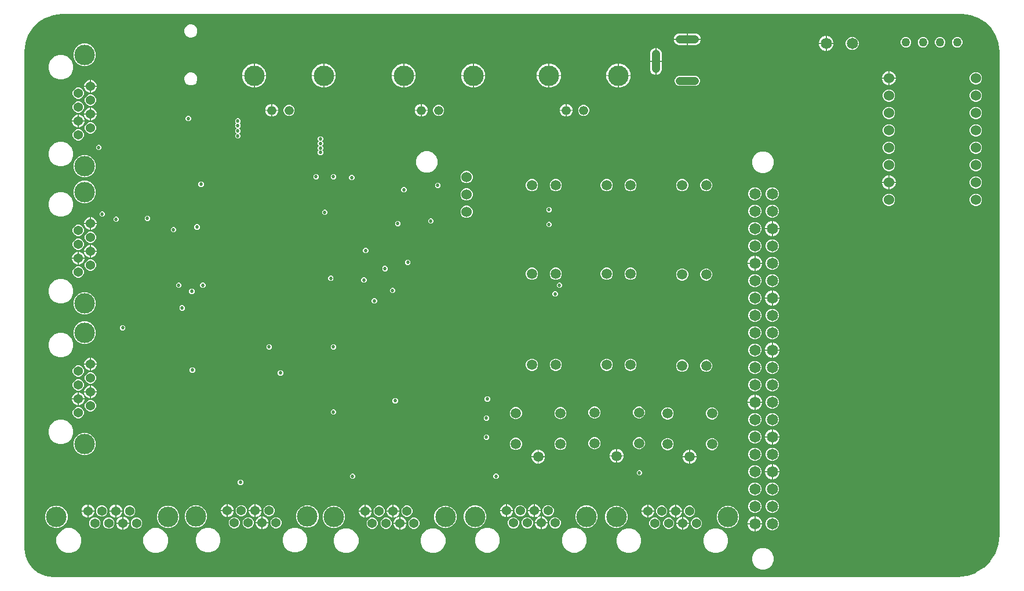
<source format=gbr>
G04 EAGLE Gerber RS-274X export*
G75*
%MOMM*%
%FSLAX34Y34*%
%LPD*%
%INCopper Layer 2*%
%IPPOS*%
%AMOC8*
5,1,8,0,0,1.08239X$1,22.5*%
G01*
G04 Define Apertures*
%ADD10C,1.500000*%
%ADD11C,1.524000*%
%ADD12C,1.335000*%
%ADD13C,3.000000*%
%ADD14C,1.371600*%
%ADD15C,1.200000*%
%ADD16C,1.260000*%
%ADD17C,1.650000*%
%ADD18C,0.525000*%
G36*
X1370386Y17807D02*
X1370301Y17802D01*
X48210Y17802D01*
X48111Y17809D01*
X37612Y19191D01*
X37419Y19242D01*
X27636Y23295D01*
X27463Y23394D01*
X19062Y29841D01*
X18921Y29982D01*
X12474Y38383D01*
X12375Y38556D01*
X8322Y48339D01*
X8271Y48532D01*
X6889Y59031D01*
X6882Y59130D01*
X6882Y786518D01*
X6887Y786603D01*
X8234Y798561D01*
X8272Y798728D01*
X12246Y810086D01*
X12321Y810240D01*
X18723Y820429D01*
X18829Y820562D01*
X27338Y829071D01*
X27471Y829177D01*
X37661Y835580D01*
X37814Y835654D01*
X49172Y839628D01*
X49339Y839666D01*
X61297Y841013D01*
X61382Y841018D01*
X1377068Y841018D01*
X1377153Y841013D01*
X1389111Y839666D01*
X1389278Y839628D01*
X1400636Y835654D01*
X1400790Y835580D01*
X1410979Y829177D01*
X1411112Y829071D01*
X1419621Y820562D01*
X1419727Y820429D01*
X1426130Y810240D01*
X1426204Y810086D01*
X1430178Y798728D01*
X1430216Y798561D01*
X1431563Y786603D01*
X1431568Y786518D01*
X1431568Y79069D01*
X1431563Y78984D01*
X1430046Y65520D01*
X1430008Y65354D01*
X1425533Y52565D01*
X1425459Y52412D01*
X1418251Y40939D01*
X1418144Y40806D01*
X1408564Y31226D01*
X1408431Y31119D01*
X1396958Y23911D01*
X1396805Y23837D01*
X1384016Y19362D01*
X1383850Y19324D01*
X1370386Y17807D01*
G37*
%LPC*%
G36*
X248064Y806878D02*
X251856Y806878D01*
X255359Y808329D01*
X258041Y811011D01*
X259492Y814514D01*
X259492Y818306D01*
X258041Y821809D01*
X255359Y824491D01*
X251856Y825942D01*
X248064Y825942D01*
X244561Y824491D01*
X241879Y821809D01*
X240428Y818306D01*
X240428Y814514D01*
X241879Y811011D01*
X244561Y808329D01*
X248064Y806878D01*
G37*
G36*
X955870Y805132D02*
X974648Y805132D01*
X974648Y812910D01*
X962711Y812910D01*
X959572Y811610D01*
X957170Y809208D01*
X955870Y806069D01*
X955870Y805132D01*
G37*
G36*
X976172Y805132D02*
X994950Y805132D01*
X994950Y806069D01*
X993650Y809208D01*
X991248Y811610D01*
X988109Y812910D01*
X976172Y812910D01*
X976172Y805132D01*
G37*
G36*
X1167540Y798852D02*
X1177568Y798852D01*
X1177568Y808880D01*
X1176184Y808880D01*
X1172218Y807237D01*
X1169183Y804202D01*
X1167540Y800236D01*
X1167540Y798852D01*
G37*
G36*
X1179092Y798852D02*
X1189120Y798852D01*
X1189120Y800236D01*
X1187477Y804202D01*
X1184442Y807237D01*
X1180476Y808880D01*
X1179092Y808880D01*
X1179092Y798852D01*
G37*
G36*
X1214536Y788570D02*
X1218324Y788570D01*
X1221823Y790019D01*
X1224501Y792697D01*
X1225950Y796196D01*
X1225950Y799984D01*
X1224501Y803483D01*
X1221823Y806161D01*
X1218324Y807610D01*
X1214536Y807610D01*
X1211037Y806161D01*
X1208359Y803483D01*
X1206910Y799984D01*
X1206910Y796196D01*
X1208359Y792697D01*
X1211037Y790019D01*
X1214536Y788570D01*
G37*
G36*
X1368364Y792300D02*
X1371376Y792300D01*
X1374158Y793452D01*
X1376288Y795582D01*
X1377440Y798364D01*
X1377440Y801376D01*
X1376288Y804158D01*
X1374158Y806288D01*
X1371376Y807440D01*
X1368364Y807440D01*
X1365582Y806288D01*
X1363452Y804158D01*
X1362300Y801376D01*
X1362300Y798364D01*
X1363452Y795582D01*
X1365582Y793452D01*
X1368364Y792300D01*
G37*
G36*
X1343364Y792300D02*
X1346376Y792300D01*
X1349158Y793452D01*
X1351288Y795582D01*
X1352440Y798364D01*
X1352440Y801376D01*
X1351288Y804158D01*
X1349158Y806288D01*
X1346376Y807440D01*
X1343364Y807440D01*
X1340582Y806288D01*
X1338452Y804158D01*
X1337300Y801376D01*
X1337300Y798364D01*
X1338452Y795582D01*
X1340582Y793452D01*
X1343364Y792300D01*
G37*
G36*
X1318364Y792300D02*
X1321376Y792300D01*
X1324158Y793452D01*
X1326288Y795582D01*
X1327440Y798364D01*
X1327440Y801376D01*
X1326288Y804158D01*
X1324158Y806288D01*
X1321376Y807440D01*
X1318364Y807440D01*
X1315582Y806288D01*
X1313452Y804158D01*
X1312300Y801376D01*
X1312300Y798364D01*
X1313452Y795582D01*
X1315582Y793452D01*
X1318364Y792300D01*
G37*
G36*
X1293364Y792300D02*
X1296376Y792300D01*
X1299158Y793452D01*
X1301288Y795582D01*
X1302440Y798364D01*
X1302440Y801376D01*
X1301288Y804158D01*
X1299158Y806288D01*
X1296376Y807440D01*
X1293364Y807440D01*
X1290582Y806288D01*
X1288452Y804158D01*
X1287300Y801376D01*
X1287300Y798364D01*
X1288452Y795582D01*
X1290582Y793452D01*
X1293364Y792300D01*
G37*
G36*
X976172Y795830D02*
X988109Y795830D01*
X991248Y797130D01*
X993650Y799532D01*
X994950Y802671D01*
X994950Y803608D01*
X976172Y803608D01*
X976172Y795830D01*
G37*
G36*
X962711Y795830D02*
X974648Y795830D01*
X974648Y803608D01*
X955870Y803608D01*
X955870Y802671D01*
X957170Y799532D01*
X959572Y797130D01*
X962711Y795830D01*
G37*
G36*
X91574Y765230D02*
X98046Y765230D01*
X104026Y767707D01*
X108603Y772284D01*
X111080Y778264D01*
X111080Y784736D01*
X108603Y790716D01*
X104026Y795293D01*
X98046Y797770D01*
X91574Y797770D01*
X85594Y795293D01*
X81017Y790716D01*
X78540Y784736D01*
X78540Y778264D01*
X81017Y772284D01*
X85594Y767707D01*
X91574Y765230D01*
G37*
G36*
X1179092Y787300D02*
X1180476Y787300D01*
X1184442Y788943D01*
X1187477Y791978D01*
X1189120Y795944D01*
X1189120Y797328D01*
X1179092Y797328D01*
X1179092Y787300D01*
G37*
G36*
X1176184Y787300D02*
X1177568Y787300D01*
X1177568Y797328D01*
X1167540Y797328D01*
X1167540Y795944D01*
X1169183Y791978D01*
X1172218Y788943D01*
X1176184Y787300D01*
G37*
G36*
X920870Y772632D02*
X928648Y772632D01*
X928648Y791410D01*
X927711Y791410D01*
X924572Y790110D01*
X922170Y787708D01*
X920870Y784569D01*
X920870Y772632D01*
G37*
G36*
X930172Y772632D02*
X937950Y772632D01*
X937950Y784569D01*
X936650Y787708D01*
X934248Y790110D01*
X931109Y791410D01*
X930172Y791410D01*
X930172Y772632D01*
G37*
G36*
X56633Y745468D02*
X63807Y745468D01*
X70434Y748213D01*
X75507Y753286D01*
X78252Y759913D01*
X78252Y767087D01*
X75507Y773714D01*
X70434Y778787D01*
X63807Y781532D01*
X56633Y781532D01*
X50006Y778787D01*
X44933Y773714D01*
X42188Y767087D01*
X42188Y759913D01*
X44933Y753286D01*
X50006Y748213D01*
X56633Y745468D01*
G37*
G36*
X930172Y752330D02*
X931109Y752330D01*
X934248Y753630D01*
X936650Y756032D01*
X937950Y759171D01*
X937950Y771108D01*
X930172Y771108D01*
X930172Y752330D01*
G37*
G36*
X927711Y752330D02*
X928648Y752330D01*
X928648Y771108D01*
X920870Y771108D01*
X920870Y759171D01*
X922170Y756032D01*
X924572Y753630D01*
X927711Y752330D01*
G37*
G36*
X857260Y751862D02*
X874038Y751862D01*
X874038Y768640D01*
X871311Y768640D01*
X864864Y765970D01*
X859930Y761036D01*
X857260Y754589D01*
X857260Y751862D01*
G37*
G36*
X755660Y751862D02*
X772438Y751862D01*
X772438Y768640D01*
X769711Y768640D01*
X763264Y765970D01*
X758330Y761036D01*
X755660Y754589D01*
X755660Y751862D01*
G37*
G36*
X645170Y751862D02*
X661948Y751862D01*
X661948Y768640D01*
X659221Y768640D01*
X652774Y765970D01*
X647840Y761036D01*
X645170Y754589D01*
X645170Y751862D01*
G37*
G36*
X543570Y751862D02*
X560348Y751862D01*
X560348Y768640D01*
X557621Y768640D01*
X551174Y765970D01*
X546240Y761036D01*
X543570Y754589D01*
X543570Y751862D01*
G37*
G36*
X426730Y751862D02*
X443508Y751862D01*
X443508Y768640D01*
X440781Y768640D01*
X434334Y765970D01*
X429400Y761036D01*
X426730Y754589D01*
X426730Y751862D01*
G37*
G36*
X325130Y751862D02*
X341908Y751862D01*
X341908Y768640D01*
X339181Y768640D01*
X332734Y765970D01*
X327800Y761036D01*
X325130Y754589D01*
X325130Y751862D01*
G37*
G36*
X343432Y751862D02*
X360210Y751862D01*
X360210Y754589D01*
X357540Y761036D01*
X352606Y765970D01*
X346159Y768640D01*
X343432Y768640D01*
X343432Y751862D01*
G37*
G36*
X445032Y751862D02*
X461810Y751862D01*
X461810Y754589D01*
X459140Y761036D01*
X454206Y765970D01*
X447759Y768640D01*
X445032Y768640D01*
X445032Y751862D01*
G37*
G36*
X561872Y751862D02*
X578650Y751862D01*
X578650Y754589D01*
X575980Y761036D01*
X571046Y765970D01*
X564599Y768640D01*
X561872Y768640D01*
X561872Y751862D01*
G37*
G36*
X663472Y751862D02*
X680250Y751862D01*
X680250Y754589D01*
X677580Y761036D01*
X672646Y765970D01*
X666199Y768640D01*
X663472Y768640D01*
X663472Y751862D01*
G37*
G36*
X773962Y751862D02*
X790740Y751862D01*
X790740Y754589D01*
X788070Y761036D01*
X783136Y765970D01*
X776689Y768640D01*
X773962Y768640D01*
X773962Y751862D01*
G37*
G36*
X875562Y751862D02*
X892340Y751862D01*
X892340Y754589D01*
X889670Y761036D01*
X884736Y765970D01*
X878289Y768640D01*
X875562Y768640D01*
X875562Y751862D01*
G37*
G36*
X1259610Y748052D02*
X1269008Y748052D01*
X1269008Y757450D01*
X1267749Y757450D01*
X1264015Y755903D01*
X1261157Y753045D01*
X1259610Y749311D01*
X1259610Y748052D01*
G37*
G36*
X1270532Y748052D02*
X1279930Y748052D01*
X1279930Y749311D01*
X1278383Y753045D01*
X1275525Y755903D01*
X1271791Y757450D01*
X1270532Y757450D01*
X1270532Y748052D01*
G37*
G36*
X1395002Y738400D02*
X1398538Y738400D01*
X1401806Y739753D01*
X1404307Y742254D01*
X1405660Y745522D01*
X1405660Y749058D01*
X1404307Y752326D01*
X1401806Y754827D01*
X1398538Y756180D01*
X1395002Y756180D01*
X1391734Y754827D01*
X1389233Y752326D01*
X1387880Y749058D01*
X1387880Y745522D01*
X1389233Y742254D01*
X1391734Y739753D01*
X1395002Y738400D01*
G37*
G36*
X248064Y736878D02*
X251856Y736878D01*
X255359Y738329D01*
X258041Y741011D01*
X259492Y744514D01*
X259492Y748306D01*
X258041Y751809D01*
X255359Y754491D01*
X251856Y755942D01*
X248064Y755942D01*
X244561Y754491D01*
X241879Y751809D01*
X240428Y748306D01*
X240428Y744514D01*
X241879Y741011D01*
X244561Y738329D01*
X248064Y736878D01*
G37*
G36*
X962964Y736100D02*
X987856Y736100D01*
X990528Y737207D01*
X992573Y739252D01*
X993680Y741924D01*
X993680Y744816D01*
X992573Y747488D01*
X990528Y749533D01*
X987856Y750640D01*
X962964Y750640D01*
X960292Y749533D01*
X958247Y747488D01*
X957140Y744816D01*
X957140Y741924D01*
X958247Y739252D01*
X960292Y737207D01*
X962964Y736100D01*
G37*
G36*
X875562Y733560D02*
X878289Y733560D01*
X884736Y736230D01*
X889670Y741164D01*
X892340Y747611D01*
X892340Y750338D01*
X875562Y750338D01*
X875562Y733560D01*
G37*
G36*
X871311Y733560D02*
X874038Y733560D01*
X874038Y750338D01*
X857260Y750338D01*
X857260Y747611D01*
X859930Y741164D01*
X864864Y736230D01*
X871311Y733560D01*
G37*
G36*
X773962Y733560D02*
X776689Y733560D01*
X783136Y736230D01*
X788070Y741164D01*
X790740Y747611D01*
X790740Y750338D01*
X773962Y750338D01*
X773962Y733560D01*
G37*
G36*
X769711Y733560D02*
X772438Y733560D01*
X772438Y750338D01*
X755660Y750338D01*
X755660Y747611D01*
X758330Y741164D01*
X763264Y736230D01*
X769711Y733560D01*
G37*
G36*
X663472Y733560D02*
X666199Y733560D01*
X672646Y736230D01*
X677580Y741164D01*
X680250Y747611D01*
X680250Y750338D01*
X663472Y750338D01*
X663472Y733560D01*
G37*
G36*
X659221Y733560D02*
X661948Y733560D01*
X661948Y750338D01*
X645170Y750338D01*
X645170Y747611D01*
X647840Y741164D01*
X652774Y736230D01*
X659221Y733560D01*
G37*
G36*
X561872Y733560D02*
X564599Y733560D01*
X571046Y736230D01*
X575980Y741164D01*
X578650Y747611D01*
X578650Y750338D01*
X561872Y750338D01*
X561872Y733560D01*
G37*
G36*
X557621Y733560D02*
X560348Y733560D01*
X560348Y750338D01*
X543570Y750338D01*
X543570Y747611D01*
X546240Y741164D01*
X551174Y736230D01*
X557621Y733560D01*
G37*
G36*
X445032Y733560D02*
X447759Y733560D01*
X454206Y736230D01*
X459140Y741164D01*
X461810Y747611D01*
X461810Y750338D01*
X445032Y750338D01*
X445032Y733560D01*
G37*
G36*
X440781Y733560D02*
X443508Y733560D01*
X443508Y750338D01*
X426730Y750338D01*
X426730Y747611D01*
X429400Y741164D01*
X434334Y736230D01*
X440781Y733560D01*
G37*
G36*
X343432Y733560D02*
X346159Y733560D01*
X352606Y736230D01*
X357540Y741164D01*
X360210Y747611D01*
X360210Y750338D01*
X343432Y750338D01*
X343432Y733560D01*
G37*
G36*
X339181Y733560D02*
X341908Y733560D01*
X341908Y750338D01*
X325130Y750338D01*
X325130Y747611D01*
X327800Y741164D01*
X332734Y736230D01*
X339181Y733560D01*
G37*
G36*
X1270532Y737130D02*
X1271791Y737130D01*
X1275525Y738677D01*
X1278383Y741535D01*
X1279930Y745269D01*
X1279930Y746528D01*
X1270532Y746528D01*
X1270532Y737130D01*
G37*
G36*
X1267749Y737130D02*
X1269008Y737130D01*
X1269008Y746528D01*
X1259610Y746528D01*
X1259610Y745269D01*
X1261157Y741535D01*
X1264015Y738677D01*
X1267749Y737130D01*
G37*
G36*
X94002Y736322D02*
X102638Y736322D01*
X102638Y744958D01*
X101531Y744958D01*
X98076Y743527D01*
X95433Y740884D01*
X94002Y737429D01*
X94002Y736322D01*
G37*
G36*
X104162Y736322D02*
X112798Y736322D01*
X112798Y737429D01*
X111367Y740884D01*
X108724Y743527D01*
X105269Y744958D01*
X104162Y744958D01*
X104162Y736322D01*
G37*
G36*
X104162Y726162D02*
X105269Y726162D01*
X108724Y727593D01*
X111367Y730236D01*
X112798Y733691D01*
X112798Y734798D01*
X104162Y734798D01*
X104162Y726162D01*
G37*
G36*
X101531Y726162D02*
X102638Y726162D01*
X102638Y734798D01*
X94002Y734798D01*
X94002Y733691D01*
X95433Y730236D01*
X98076Y727593D01*
X101531Y726162D01*
G37*
G36*
X84003Y717272D02*
X87237Y717272D01*
X90224Y718509D01*
X92511Y720796D01*
X93748Y723783D01*
X93748Y727017D01*
X92511Y730004D01*
X90224Y732291D01*
X87237Y733528D01*
X84003Y733528D01*
X81016Y732291D01*
X78729Y730004D01*
X77492Y727017D01*
X77492Y723783D01*
X78729Y720796D01*
X81016Y718509D01*
X84003Y717272D01*
G37*
G36*
X1268002Y713000D02*
X1271538Y713000D01*
X1274806Y714353D01*
X1277307Y716854D01*
X1278660Y720122D01*
X1278660Y723658D01*
X1277307Y726926D01*
X1274806Y729427D01*
X1271538Y730780D01*
X1268002Y730780D01*
X1264734Y729427D01*
X1262233Y726926D01*
X1260880Y723658D01*
X1260880Y720122D01*
X1262233Y716854D01*
X1264734Y714353D01*
X1268002Y713000D01*
G37*
G36*
X1395002Y713000D02*
X1398538Y713000D01*
X1401806Y714353D01*
X1404307Y716854D01*
X1405660Y720122D01*
X1405660Y723658D01*
X1404307Y726926D01*
X1401806Y729427D01*
X1398538Y730780D01*
X1395002Y730780D01*
X1391734Y729427D01*
X1389233Y726926D01*
X1387880Y723658D01*
X1387880Y720122D01*
X1389233Y716854D01*
X1391734Y714353D01*
X1395002Y713000D01*
G37*
G36*
X101783Y707112D02*
X105017Y707112D01*
X108004Y708349D01*
X110291Y710636D01*
X111528Y713623D01*
X111528Y716857D01*
X110291Y719844D01*
X108004Y722131D01*
X105017Y723368D01*
X101783Y723368D01*
X98796Y722131D01*
X96509Y719844D01*
X95272Y716857D01*
X95272Y713623D01*
X96509Y710636D01*
X98796Y708349D01*
X101783Y707112D01*
G37*
G36*
X84003Y696952D02*
X87237Y696952D01*
X90224Y698189D01*
X92511Y700476D01*
X93748Y703463D01*
X93748Y706697D01*
X92511Y709684D01*
X90224Y711971D01*
X87237Y713208D01*
X84003Y713208D01*
X81016Y711971D01*
X78729Y709684D01*
X77492Y706697D01*
X77492Y703463D01*
X78729Y700476D01*
X81016Y698189D01*
X84003Y696952D01*
G37*
G36*
X789385Y701062D02*
X797838Y701062D01*
X797838Y709515D01*
X796767Y709515D01*
X793380Y708112D01*
X790788Y705520D01*
X789385Y702133D01*
X789385Y701062D01*
G37*
G36*
X358855Y701062D02*
X367308Y701062D01*
X367308Y709515D01*
X366237Y709515D01*
X362850Y708112D01*
X360258Y705520D01*
X358855Y702133D01*
X358855Y701062D01*
G37*
G36*
X577295Y701062D02*
X585748Y701062D01*
X585748Y709515D01*
X584677Y709515D01*
X581290Y708112D01*
X578698Y705520D01*
X577295Y702133D01*
X577295Y701062D01*
G37*
G36*
X587272Y701062D02*
X595725Y701062D01*
X595725Y702133D01*
X594322Y705520D01*
X591730Y708112D01*
X588343Y709515D01*
X587272Y709515D01*
X587272Y701062D01*
G37*
G36*
X368832Y701062D02*
X377285Y701062D01*
X377285Y702133D01*
X375882Y705520D01*
X373290Y708112D01*
X369903Y709515D01*
X368832Y709515D01*
X368832Y701062D01*
G37*
G36*
X799362Y701062D02*
X807815Y701062D01*
X807815Y702133D01*
X806412Y705520D01*
X803820Y708112D01*
X800433Y709515D01*
X799362Y709515D01*
X799362Y701062D01*
G37*
G36*
X822420Y692355D02*
X825580Y692355D01*
X828501Y693565D01*
X830735Y695800D01*
X831945Y698720D01*
X831945Y701880D01*
X830735Y704801D01*
X828501Y707035D01*
X825580Y708245D01*
X822420Y708245D01*
X819500Y707035D01*
X817265Y704801D01*
X816055Y701880D01*
X816055Y698720D01*
X817265Y695800D01*
X819500Y693565D01*
X822420Y692355D01*
G37*
G36*
X610330Y692355D02*
X613490Y692355D01*
X616411Y693565D01*
X618645Y695800D01*
X619855Y698720D01*
X619855Y701880D01*
X618645Y704801D01*
X616411Y707035D01*
X613490Y708245D01*
X610330Y708245D01*
X607410Y707035D01*
X605175Y704801D01*
X603965Y701880D01*
X603965Y698720D01*
X605175Y695800D01*
X607410Y693565D01*
X610330Y692355D01*
G37*
G36*
X391890Y692355D02*
X395050Y692355D01*
X397971Y693565D01*
X400205Y695800D01*
X401415Y698720D01*
X401415Y701880D01*
X400205Y704801D01*
X397971Y707035D01*
X395050Y708245D01*
X391890Y708245D01*
X388970Y707035D01*
X386735Y704801D01*
X385525Y701880D01*
X385525Y698720D01*
X386735Y695800D01*
X388970Y693565D01*
X391890Y692355D01*
G37*
G36*
X1395002Y687600D02*
X1398538Y687600D01*
X1401806Y688953D01*
X1404307Y691454D01*
X1405660Y694722D01*
X1405660Y698258D01*
X1404307Y701526D01*
X1401806Y704027D01*
X1398538Y705380D01*
X1395002Y705380D01*
X1391734Y704027D01*
X1389233Y701526D01*
X1387880Y698258D01*
X1387880Y694722D01*
X1389233Y691454D01*
X1391734Y688953D01*
X1395002Y687600D01*
G37*
G36*
X1268002Y687600D02*
X1271538Y687600D01*
X1274806Y688953D01*
X1277307Y691454D01*
X1278660Y694722D01*
X1278660Y698258D01*
X1277307Y701526D01*
X1274806Y704027D01*
X1271538Y705380D01*
X1268002Y705380D01*
X1264734Y704027D01*
X1262233Y701526D01*
X1260880Y698258D01*
X1260880Y694722D01*
X1262233Y691454D01*
X1264734Y688953D01*
X1268002Y687600D01*
G37*
G36*
X94002Y695682D02*
X102638Y695682D01*
X102638Y704318D01*
X101531Y704318D01*
X98076Y702887D01*
X95433Y700244D01*
X94002Y696789D01*
X94002Y695682D01*
G37*
G36*
X104162Y695682D02*
X112798Y695682D01*
X112798Y696789D01*
X111367Y700244D01*
X108724Y702887D01*
X105269Y704318D01*
X104162Y704318D01*
X104162Y695682D01*
G37*
G36*
X799362Y691085D02*
X800433Y691085D01*
X803820Y692488D01*
X806412Y695080D01*
X807815Y698467D01*
X807815Y699538D01*
X799362Y699538D01*
X799362Y691085D01*
G37*
G36*
X796767Y691085D02*
X797838Y691085D01*
X797838Y699538D01*
X789385Y699538D01*
X789385Y698467D01*
X790788Y695080D01*
X793380Y692488D01*
X796767Y691085D01*
G37*
G36*
X587272Y691085D02*
X588343Y691085D01*
X591730Y692488D01*
X594322Y695080D01*
X595725Y698467D01*
X595725Y699538D01*
X587272Y699538D01*
X587272Y691085D01*
G37*
G36*
X584677Y691085D02*
X585748Y691085D01*
X585748Y699538D01*
X577295Y699538D01*
X577295Y698467D01*
X578698Y695080D01*
X581290Y692488D01*
X584677Y691085D01*
G37*
G36*
X368832Y691085D02*
X369903Y691085D01*
X373290Y692488D01*
X375882Y695080D01*
X377285Y698467D01*
X377285Y699538D01*
X368832Y699538D01*
X368832Y691085D01*
G37*
G36*
X366237Y691085D02*
X367308Y691085D01*
X367308Y699538D01*
X358855Y699538D01*
X358855Y698467D01*
X360258Y695080D01*
X362850Y692488D01*
X366237Y691085D01*
G37*
G36*
X104162Y685522D02*
X105269Y685522D01*
X108724Y686953D01*
X111367Y689596D01*
X112798Y693051D01*
X112798Y694158D01*
X104162Y694158D01*
X104162Y685522D01*
G37*
G36*
X101531Y685522D02*
X102638Y685522D01*
X102638Y694158D01*
X94002Y694158D01*
X94002Y693051D01*
X94927Y690817D01*
X94984Y690562D01*
X94938Y690262D01*
X94779Y690004D01*
X94599Y689876D01*
X94785Y689917D01*
X95083Y689861D01*
X95335Y689694D01*
X98076Y686953D01*
X101531Y685522D01*
G37*
G36*
X76222Y685522D02*
X84858Y685522D01*
X84858Y694158D01*
X83751Y694158D01*
X80296Y692727D01*
X77653Y690084D01*
X76222Y686629D01*
X76222Y685522D01*
G37*
G36*
X86382Y685522D02*
X95018Y685522D01*
X95018Y686629D01*
X94093Y688863D01*
X94036Y689119D01*
X94082Y689418D01*
X94241Y689676D01*
X94421Y689804D01*
X94236Y689763D01*
X93937Y689819D01*
X93685Y689986D01*
X90944Y692727D01*
X87489Y694158D01*
X86382Y694158D01*
X86382Y685522D01*
G37*
G36*
X244767Y684445D02*
X247993Y684445D01*
X250275Y686727D01*
X250275Y689953D01*
X247993Y692235D01*
X244767Y692235D01*
X242485Y689953D01*
X242485Y686727D01*
X244767Y684445D01*
G37*
G36*
X317157Y659045D02*
X320383Y659045D01*
X322665Y661327D01*
X322665Y664553D01*
X321007Y666211D01*
X320849Y666442D01*
X320784Y666738D01*
X320840Y667036D01*
X321007Y667289D01*
X322665Y668947D01*
X322665Y672173D01*
X321007Y673831D01*
X320849Y674062D01*
X320784Y674358D01*
X320840Y674656D01*
X321007Y674909D01*
X322665Y676567D01*
X322665Y679793D01*
X321557Y680901D01*
X321399Y681132D01*
X321334Y681428D01*
X321390Y681726D01*
X321557Y681979D01*
X322698Y683120D01*
X322698Y686346D01*
X320416Y688628D01*
X317190Y688628D01*
X314908Y686346D01*
X314908Y683120D01*
X316016Y682012D01*
X316174Y681781D01*
X316239Y681485D01*
X316183Y681187D01*
X316016Y680934D01*
X314875Y679793D01*
X314875Y676567D01*
X316533Y674909D01*
X316691Y674678D01*
X316756Y674382D01*
X316700Y674084D01*
X316533Y673831D01*
X314875Y672173D01*
X314875Y668947D01*
X316533Y667289D01*
X316691Y667058D01*
X316756Y666762D01*
X316700Y666464D01*
X316533Y666211D01*
X314875Y664553D01*
X314875Y661327D01*
X317157Y659045D01*
G37*
G36*
X86382Y675362D02*
X87489Y675362D01*
X90944Y676793D01*
X93587Y679436D01*
X95018Y682891D01*
X95018Y683998D01*
X86382Y683998D01*
X86382Y675362D01*
G37*
G36*
X83751Y675362D02*
X84858Y675362D01*
X84858Y683998D01*
X76222Y683998D01*
X76222Y682891D01*
X77653Y679436D01*
X80296Y676793D01*
X83751Y675362D01*
G37*
G36*
X101783Y666472D02*
X105017Y666472D01*
X108004Y667709D01*
X110291Y669996D01*
X111528Y672983D01*
X111528Y676217D01*
X110291Y679204D01*
X108004Y681491D01*
X105017Y682728D01*
X101783Y682728D01*
X98796Y681491D01*
X96509Y679204D01*
X95272Y676217D01*
X95272Y672983D01*
X96509Y669996D01*
X98796Y667709D01*
X101783Y666472D01*
G37*
G36*
X1268002Y662200D02*
X1271538Y662200D01*
X1274806Y663553D01*
X1277307Y666054D01*
X1278660Y669322D01*
X1278660Y672858D01*
X1277307Y676126D01*
X1274806Y678627D01*
X1271538Y679980D01*
X1268002Y679980D01*
X1264734Y678627D01*
X1262233Y676126D01*
X1260880Y672858D01*
X1260880Y669322D01*
X1262233Y666054D01*
X1264734Y663553D01*
X1268002Y662200D01*
G37*
G36*
X1395002Y662200D02*
X1398538Y662200D01*
X1401806Y663553D01*
X1404307Y666054D01*
X1405660Y669322D01*
X1405660Y672858D01*
X1404307Y676126D01*
X1401806Y678627D01*
X1398538Y679980D01*
X1395002Y679980D01*
X1391734Y678627D01*
X1389233Y676126D01*
X1387880Y672858D01*
X1387880Y669322D01*
X1389233Y666054D01*
X1391734Y663553D01*
X1395002Y662200D01*
G37*
G36*
X84003Y656312D02*
X87237Y656312D01*
X90224Y657549D01*
X92511Y659836D01*
X93748Y662823D01*
X93748Y666057D01*
X92511Y669044D01*
X90224Y671331D01*
X87237Y672568D01*
X84003Y672568D01*
X81016Y671331D01*
X78729Y669044D01*
X77492Y666057D01*
X77492Y662823D01*
X78729Y659836D01*
X81016Y657549D01*
X84003Y656312D01*
G37*
G36*
X437840Y634882D02*
X441066Y634882D01*
X443348Y637164D01*
X443348Y640390D01*
X442240Y641498D01*
X442082Y641729D01*
X442017Y642025D01*
X442073Y642323D01*
X442240Y642576D01*
X443348Y643684D01*
X443348Y646910D01*
X442240Y648018D01*
X442082Y648249D01*
X442017Y648545D01*
X442073Y648843D01*
X442240Y649096D01*
X443348Y650204D01*
X443348Y653430D01*
X442207Y654571D01*
X442049Y654802D01*
X441984Y655098D01*
X442040Y655396D01*
X442207Y655649D01*
X443315Y656757D01*
X443315Y659983D01*
X441033Y662265D01*
X437807Y662265D01*
X435525Y659983D01*
X435525Y656757D01*
X436666Y655616D01*
X436824Y655385D01*
X436889Y655089D01*
X436833Y654791D01*
X436666Y654538D01*
X435558Y653430D01*
X435558Y650204D01*
X436666Y649096D01*
X436824Y648865D01*
X436889Y648569D01*
X436833Y648271D01*
X436666Y648018D01*
X435558Y646910D01*
X435558Y643684D01*
X436666Y642576D01*
X436824Y642345D01*
X436889Y642049D01*
X436833Y641751D01*
X436666Y641498D01*
X435558Y640390D01*
X435558Y637164D01*
X437840Y634882D01*
G37*
G36*
X1268002Y636800D02*
X1271538Y636800D01*
X1274806Y638153D01*
X1277307Y640654D01*
X1278660Y643922D01*
X1278660Y647458D01*
X1277307Y650726D01*
X1274806Y653227D01*
X1271538Y654580D01*
X1268002Y654580D01*
X1264734Y653227D01*
X1262233Y650726D01*
X1260880Y647458D01*
X1260880Y643922D01*
X1262233Y640654D01*
X1264734Y638153D01*
X1268002Y636800D01*
G37*
G36*
X1395002Y636800D02*
X1398538Y636800D01*
X1401806Y638153D01*
X1404307Y640654D01*
X1405660Y643922D01*
X1405660Y647458D01*
X1404307Y650726D01*
X1401806Y653227D01*
X1398538Y654580D01*
X1395002Y654580D01*
X1391734Y653227D01*
X1389233Y650726D01*
X1387880Y647458D01*
X1387880Y643922D01*
X1389233Y640654D01*
X1391734Y638153D01*
X1395002Y636800D01*
G37*
G36*
X56633Y618468D02*
X63807Y618468D01*
X70434Y621213D01*
X75507Y626286D01*
X78252Y632913D01*
X78252Y640087D01*
X75507Y646714D01*
X70434Y651787D01*
X63807Y654532D01*
X56633Y654532D01*
X50006Y651787D01*
X44933Y646714D01*
X42188Y640087D01*
X42188Y632913D01*
X44933Y626286D01*
X50006Y621213D01*
X56633Y618468D01*
G37*
G36*
X113957Y642112D02*
X117183Y642112D01*
X119465Y644394D01*
X119465Y647620D01*
X117183Y649902D01*
X113957Y649902D01*
X111675Y647620D01*
X111675Y644394D01*
X113957Y642112D01*
G37*
G36*
X591711Y608988D02*
X597989Y608988D01*
X603790Y611391D01*
X608229Y615830D01*
X610632Y621631D01*
X610632Y627909D01*
X608229Y633710D01*
X603790Y638149D01*
X597989Y640552D01*
X591711Y640552D01*
X585910Y638149D01*
X581471Y633710D01*
X579068Y627909D01*
X579068Y621631D01*
X581471Y615830D01*
X585910Y611391D01*
X591711Y608988D01*
G37*
G36*
X1082711Y608668D02*
X1088989Y608668D01*
X1094790Y611071D01*
X1099229Y615510D01*
X1101632Y621311D01*
X1101632Y627589D01*
X1099229Y633390D01*
X1094790Y637829D01*
X1088989Y640232D01*
X1082711Y640232D01*
X1076910Y637829D01*
X1072471Y633390D01*
X1070068Y627589D01*
X1070068Y621311D01*
X1072471Y615510D01*
X1076910Y611071D01*
X1082711Y608668D01*
G37*
G36*
X91574Y602230D02*
X98046Y602230D01*
X104026Y604707D01*
X108603Y609284D01*
X111080Y615264D01*
X111080Y621736D01*
X108603Y627716D01*
X104026Y632293D01*
X98046Y634770D01*
X91574Y634770D01*
X85594Y632293D01*
X81017Y627716D01*
X78540Y621736D01*
X78540Y615264D01*
X81017Y609284D01*
X85594Y604707D01*
X91574Y602230D01*
G37*
G36*
X1395002Y611400D02*
X1398538Y611400D01*
X1401806Y612753D01*
X1404307Y615254D01*
X1405660Y618522D01*
X1405660Y622058D01*
X1404307Y625326D01*
X1401806Y627827D01*
X1398538Y629180D01*
X1395002Y629180D01*
X1391734Y627827D01*
X1389233Y625326D01*
X1387880Y622058D01*
X1387880Y618522D01*
X1389233Y615254D01*
X1391734Y612753D01*
X1395002Y611400D01*
G37*
G36*
X1268002Y611400D02*
X1271538Y611400D01*
X1274806Y612753D01*
X1277307Y615254D01*
X1278660Y618522D01*
X1278660Y622058D01*
X1277307Y625326D01*
X1274806Y627827D01*
X1271538Y629180D01*
X1268002Y629180D01*
X1264734Y627827D01*
X1262233Y625326D01*
X1260880Y622058D01*
X1260880Y618522D01*
X1262233Y615254D01*
X1264734Y612753D01*
X1268002Y611400D01*
G37*
G36*
X651242Y594030D02*
X654778Y594030D01*
X658046Y595383D01*
X660547Y597884D01*
X661900Y601152D01*
X661900Y604688D01*
X660547Y607956D01*
X658046Y610457D01*
X654778Y611810D01*
X651242Y611810D01*
X647974Y610457D01*
X645473Y607956D01*
X644120Y604688D01*
X644120Y601152D01*
X645473Y597884D01*
X647974Y595383D01*
X651242Y594030D01*
G37*
G36*
X456857Y599355D02*
X460083Y599355D01*
X462365Y601637D01*
X462365Y604863D01*
X460083Y607145D01*
X456857Y607145D01*
X454575Y604863D01*
X454575Y601637D01*
X456857Y599355D01*
G37*
G36*
X431457Y599355D02*
X434683Y599355D01*
X436965Y601637D01*
X436965Y604863D01*
X434683Y607145D01*
X431457Y607145D01*
X429175Y604863D01*
X429175Y601637D01*
X431457Y599355D01*
G37*
G36*
X483527Y598085D02*
X486753Y598085D01*
X489035Y600367D01*
X489035Y603593D01*
X486753Y605875D01*
X483527Y605875D01*
X481245Y603593D01*
X481245Y600367D01*
X483527Y598085D01*
G37*
G36*
X1259610Y595652D02*
X1269008Y595652D01*
X1269008Y605050D01*
X1267749Y605050D01*
X1264015Y603503D01*
X1261157Y600645D01*
X1259610Y596911D01*
X1259610Y595652D01*
G37*
G36*
X1270532Y595652D02*
X1279930Y595652D01*
X1279930Y596911D01*
X1278383Y600645D01*
X1275525Y603503D01*
X1271791Y605050D01*
X1270532Y605050D01*
X1270532Y595652D01*
G37*
G36*
X1395002Y586000D02*
X1398538Y586000D01*
X1401806Y587353D01*
X1404307Y589854D01*
X1405660Y593122D01*
X1405660Y596658D01*
X1404307Y599926D01*
X1401806Y602427D01*
X1398538Y603780D01*
X1395002Y603780D01*
X1391734Y602427D01*
X1389233Y599926D01*
X1387880Y596658D01*
X1387880Y593122D01*
X1389233Y589854D01*
X1391734Y587353D01*
X1395002Y586000D01*
G37*
G36*
X746536Y582130D02*
X750024Y582130D01*
X753248Y583465D01*
X755715Y585932D01*
X757050Y589156D01*
X757050Y592644D01*
X755715Y595868D01*
X753248Y598335D01*
X750024Y599670D01*
X746536Y599670D01*
X743312Y598335D01*
X740845Y595868D01*
X739510Y592644D01*
X739510Y589156D01*
X740845Y585932D01*
X743312Y583465D01*
X746536Y582130D01*
G37*
G36*
X781536Y582130D02*
X785024Y582130D01*
X788248Y583465D01*
X790715Y585932D01*
X792050Y589156D01*
X792050Y592644D01*
X790715Y595868D01*
X788248Y598335D01*
X785024Y599670D01*
X781536Y599670D01*
X778312Y598335D01*
X775845Y595868D01*
X774510Y592644D01*
X774510Y589156D01*
X775845Y585932D01*
X778312Y583465D01*
X781536Y582130D01*
G37*
G36*
X855756Y582130D02*
X859244Y582130D01*
X862468Y583465D01*
X864935Y585932D01*
X866270Y589156D01*
X866270Y592644D01*
X864935Y595868D01*
X862468Y598335D01*
X859244Y599670D01*
X855756Y599670D01*
X852532Y598335D01*
X850065Y595868D01*
X848730Y592644D01*
X848730Y589156D01*
X850065Y585932D01*
X852532Y583465D01*
X855756Y582130D01*
G37*
G36*
X890756Y582130D02*
X894244Y582130D01*
X897468Y583465D01*
X899935Y585932D01*
X901270Y589156D01*
X901270Y592644D01*
X899935Y595868D01*
X897468Y598335D01*
X894244Y599670D01*
X890756Y599670D01*
X887532Y598335D01*
X885065Y595868D01*
X883730Y592644D01*
X883730Y589156D01*
X885065Y585932D01*
X887532Y583465D01*
X890756Y582130D01*
G37*
G36*
X966246Y582130D02*
X969734Y582130D01*
X972958Y583465D01*
X975425Y585932D01*
X976760Y589156D01*
X976760Y592644D01*
X975425Y595868D01*
X972958Y598335D01*
X969734Y599670D01*
X966246Y599670D01*
X963022Y598335D01*
X960555Y595868D01*
X959220Y592644D01*
X959220Y589156D01*
X960555Y585932D01*
X963022Y583465D01*
X966246Y582130D01*
G37*
G36*
X1001246Y582130D02*
X1004734Y582130D01*
X1007958Y583465D01*
X1010425Y585932D01*
X1011760Y589156D01*
X1011760Y592644D01*
X1010425Y595868D01*
X1007958Y598335D01*
X1004734Y599670D01*
X1001246Y599670D01*
X998022Y598335D01*
X995555Y595868D01*
X994220Y592644D01*
X994220Y589156D01*
X995555Y585932D01*
X998022Y583465D01*
X1001246Y582130D01*
G37*
G36*
X91574Y564570D02*
X98046Y564570D01*
X104026Y567047D01*
X108603Y571624D01*
X111080Y577604D01*
X111080Y584076D01*
X108603Y590056D01*
X104026Y594633D01*
X98046Y597110D01*
X91574Y597110D01*
X85594Y594633D01*
X81017Y590056D01*
X78540Y584076D01*
X78540Y577604D01*
X81017Y571624D01*
X85594Y567047D01*
X91574Y564570D01*
G37*
G36*
X263443Y588420D02*
X266670Y588420D01*
X268952Y590702D01*
X268952Y593928D01*
X266670Y596210D01*
X263443Y596210D01*
X261162Y593928D01*
X261162Y590702D01*
X263443Y588420D01*
G37*
G36*
X609257Y586655D02*
X612483Y586655D01*
X614765Y588937D01*
X614765Y592163D01*
X612483Y594445D01*
X609257Y594445D01*
X606975Y592163D01*
X606975Y588937D01*
X609257Y586655D01*
G37*
G36*
X1270532Y584730D02*
X1271791Y584730D01*
X1275525Y586277D01*
X1278383Y589135D01*
X1279930Y592869D01*
X1279930Y594128D01*
X1270532Y594128D01*
X1270532Y584730D01*
G37*
G36*
X1267749Y584730D02*
X1269008Y584730D01*
X1269008Y594128D01*
X1259610Y594128D01*
X1259610Y592869D01*
X1261157Y589135D01*
X1264015Y586277D01*
X1267749Y584730D01*
G37*
G36*
X559727Y580305D02*
X562953Y580305D01*
X565235Y582587D01*
X565235Y585813D01*
X562953Y588095D01*
X559727Y588095D01*
X557445Y585813D01*
X557445Y582587D01*
X559727Y580305D01*
G37*
G36*
X1072256Y568710D02*
X1076044Y568710D01*
X1079543Y570159D01*
X1082221Y572837D01*
X1083670Y576336D01*
X1083670Y580124D01*
X1082221Y583623D01*
X1079543Y586301D01*
X1076044Y587750D01*
X1072256Y587750D01*
X1068757Y586301D01*
X1066079Y583623D01*
X1064630Y580124D01*
X1064630Y576336D01*
X1066079Y572837D01*
X1068757Y570159D01*
X1072256Y568710D01*
G37*
G36*
X1097656Y568710D02*
X1101444Y568710D01*
X1104943Y570159D01*
X1107621Y572837D01*
X1109070Y576336D01*
X1109070Y580124D01*
X1107621Y583623D01*
X1104943Y586301D01*
X1101444Y587750D01*
X1097656Y587750D01*
X1094157Y586301D01*
X1091479Y583623D01*
X1090030Y580124D01*
X1090030Y576336D01*
X1091479Y572837D01*
X1094157Y570159D01*
X1097656Y568710D01*
G37*
G36*
X651242Y568630D02*
X654778Y568630D01*
X658046Y569983D01*
X660547Y572484D01*
X661900Y575752D01*
X661900Y579288D01*
X660547Y582556D01*
X658046Y585057D01*
X654778Y586410D01*
X651242Y586410D01*
X647974Y585057D01*
X645473Y582556D01*
X644120Y579288D01*
X644120Y575752D01*
X645473Y572484D01*
X647974Y569983D01*
X651242Y568630D01*
G37*
G36*
X56633Y544808D02*
X63807Y544808D01*
X70434Y547553D01*
X75507Y552626D01*
X78252Y559253D01*
X78252Y566427D01*
X75507Y573054D01*
X70434Y578127D01*
X63807Y580872D01*
X56633Y580872D01*
X50006Y578127D01*
X44933Y573054D01*
X42188Y566427D01*
X42188Y559253D01*
X44933Y552626D01*
X50006Y547553D01*
X56633Y544808D01*
G37*
G36*
X1268002Y560600D02*
X1271538Y560600D01*
X1274806Y561953D01*
X1277307Y564454D01*
X1278660Y567722D01*
X1278660Y571258D01*
X1277307Y574526D01*
X1274806Y577027D01*
X1271538Y578380D01*
X1268002Y578380D01*
X1264734Y577027D01*
X1262233Y574526D01*
X1260880Y571258D01*
X1260880Y567722D01*
X1262233Y564454D01*
X1264734Y561953D01*
X1268002Y560600D01*
G37*
G36*
X1395002Y560600D02*
X1398538Y560600D01*
X1401806Y561953D01*
X1404307Y564454D01*
X1405660Y567722D01*
X1405660Y571258D01*
X1404307Y574526D01*
X1401806Y577027D01*
X1398538Y578380D01*
X1395002Y578380D01*
X1391734Y577027D01*
X1389233Y574526D01*
X1387880Y571258D01*
X1387880Y567722D01*
X1389233Y564454D01*
X1391734Y561953D01*
X1395002Y560600D01*
G37*
G36*
X1072256Y543310D02*
X1076044Y543310D01*
X1079543Y544759D01*
X1082221Y547437D01*
X1083670Y550936D01*
X1083670Y554724D01*
X1082221Y558223D01*
X1079543Y560901D01*
X1076044Y562350D01*
X1072256Y562350D01*
X1068757Y560901D01*
X1066079Y558223D01*
X1064630Y554724D01*
X1064630Y550936D01*
X1066079Y547437D01*
X1068757Y544759D01*
X1072256Y543310D01*
G37*
G36*
X1097656Y543310D02*
X1101444Y543310D01*
X1104943Y544759D01*
X1107621Y547437D01*
X1109070Y550936D01*
X1109070Y554724D01*
X1107621Y558223D01*
X1104943Y560901D01*
X1101444Y562350D01*
X1097656Y562350D01*
X1094157Y560901D01*
X1091479Y558223D01*
X1090030Y554724D01*
X1090030Y550936D01*
X1091479Y547437D01*
X1094157Y544759D01*
X1097656Y543310D01*
G37*
G36*
X651242Y543230D02*
X654778Y543230D01*
X658046Y544583D01*
X660547Y547084D01*
X661900Y550352D01*
X661900Y553888D01*
X660547Y557156D01*
X658046Y559657D01*
X654778Y561010D01*
X651242Y561010D01*
X647974Y559657D01*
X645473Y557156D01*
X644120Y553888D01*
X644120Y550352D01*
X645473Y547084D01*
X647974Y544583D01*
X651242Y543230D01*
G37*
G36*
X771817Y551095D02*
X775043Y551095D01*
X777325Y553377D01*
X777325Y556603D01*
X775043Y558885D01*
X771817Y558885D01*
X769535Y556603D01*
X769535Y553377D01*
X771817Y551095D01*
G37*
G36*
X444157Y547285D02*
X447383Y547285D01*
X449665Y549567D01*
X449665Y552793D01*
X447383Y555075D01*
X444157Y555075D01*
X441875Y552793D01*
X441875Y549567D01*
X444157Y547285D01*
G37*
G36*
X119037Y544745D02*
X122263Y544745D01*
X124545Y547027D01*
X124545Y550253D01*
X122263Y552535D01*
X119037Y552535D01*
X116755Y550253D01*
X116755Y547027D01*
X119037Y544745D01*
G37*
G36*
X185077Y538395D02*
X188303Y538395D01*
X190585Y540677D01*
X190585Y543903D01*
X188303Y546185D01*
X185077Y546185D01*
X182795Y543903D01*
X182795Y540677D01*
X185077Y538395D01*
G37*
G36*
X139357Y537125D02*
X142583Y537125D01*
X144865Y539407D01*
X144865Y542633D01*
X142583Y544915D01*
X139357Y544915D01*
X137075Y542633D01*
X137075Y539407D01*
X139357Y537125D01*
G37*
G36*
X94002Y535662D02*
X102638Y535662D01*
X102638Y544298D01*
X101531Y544298D01*
X98076Y542867D01*
X95433Y540224D01*
X94002Y536769D01*
X94002Y535662D01*
G37*
G36*
X104162Y535662D02*
X112798Y535662D01*
X112798Y536769D01*
X111367Y540224D01*
X108724Y542867D01*
X105269Y544298D01*
X104162Y544298D01*
X104162Y535662D01*
G37*
G36*
X599097Y534585D02*
X602323Y534585D01*
X604605Y536867D01*
X604605Y540093D01*
X602323Y542375D01*
X599097Y542375D01*
X596815Y540093D01*
X596815Y536867D01*
X599097Y534585D01*
G37*
G36*
X550837Y530775D02*
X554063Y530775D01*
X556345Y533057D01*
X556345Y536283D01*
X554063Y538565D01*
X550837Y538565D01*
X548555Y536283D01*
X548555Y533057D01*
X550837Y530775D01*
G37*
G36*
X1088760Y528192D02*
X1098788Y528192D01*
X1098788Y538220D01*
X1097404Y538220D01*
X1093438Y536577D01*
X1090403Y533542D01*
X1088760Y529576D01*
X1088760Y528192D01*
G37*
G36*
X1100312Y528192D02*
X1110340Y528192D01*
X1110340Y529576D01*
X1108697Y533542D01*
X1105662Y536577D01*
X1101696Y538220D01*
X1100312Y538220D01*
X1100312Y528192D01*
G37*
G36*
X771817Y529505D02*
X775043Y529505D01*
X777325Y531787D01*
X777325Y535013D01*
X775043Y537295D01*
X771817Y537295D01*
X769535Y535013D01*
X769535Y531787D01*
X771817Y529505D01*
G37*
G36*
X1072256Y517910D02*
X1076044Y517910D01*
X1079543Y519359D01*
X1082221Y522037D01*
X1083670Y525536D01*
X1083670Y529324D01*
X1082221Y532823D01*
X1079543Y535501D01*
X1076044Y536950D01*
X1072256Y536950D01*
X1068757Y535501D01*
X1066079Y532823D01*
X1064630Y529324D01*
X1064630Y525536D01*
X1066079Y522037D01*
X1068757Y519359D01*
X1072256Y517910D01*
G37*
G36*
X104162Y525502D02*
X105269Y525502D01*
X108724Y526933D01*
X111367Y529576D01*
X112798Y533031D01*
X112798Y534138D01*
X104162Y534138D01*
X104162Y525502D01*
G37*
G36*
X101531Y525502D02*
X102638Y525502D01*
X102638Y534138D01*
X94002Y534138D01*
X94002Y533031D01*
X95433Y529576D01*
X98076Y526933D01*
X101531Y525502D01*
G37*
G36*
X257578Y525800D02*
X260804Y525800D01*
X263086Y528082D01*
X263086Y531309D01*
X260804Y533590D01*
X257578Y533590D01*
X255296Y531309D01*
X255296Y528082D01*
X257578Y525800D01*
G37*
G36*
X84003Y516612D02*
X87237Y516612D01*
X90224Y517849D01*
X92511Y520136D01*
X93748Y523123D01*
X93748Y526357D01*
X92511Y529344D01*
X90224Y531631D01*
X87237Y532868D01*
X84003Y532868D01*
X81016Y531631D01*
X78729Y529344D01*
X77492Y526357D01*
X77492Y523123D01*
X78729Y520136D01*
X81016Y517849D01*
X84003Y516612D01*
G37*
G36*
X223177Y521885D02*
X226403Y521885D01*
X228685Y524167D01*
X228685Y527393D01*
X226403Y529675D01*
X223177Y529675D01*
X220895Y527393D01*
X220895Y524167D01*
X223177Y521885D01*
G37*
G36*
X1100312Y516640D02*
X1101696Y516640D01*
X1105662Y518283D01*
X1108697Y521318D01*
X1110340Y525284D01*
X1110340Y526668D01*
X1100312Y526668D01*
X1100312Y516640D01*
G37*
G36*
X1097404Y516640D02*
X1098788Y516640D01*
X1098788Y526668D01*
X1088760Y526668D01*
X1088760Y525284D01*
X1090403Y521318D01*
X1093438Y518283D01*
X1097404Y516640D01*
G37*
G36*
X101783Y506452D02*
X105017Y506452D01*
X108004Y507689D01*
X110291Y509976D01*
X111528Y512963D01*
X111528Y516197D01*
X110291Y519184D01*
X108004Y521471D01*
X105017Y522708D01*
X101783Y522708D01*
X98796Y521471D01*
X96509Y519184D01*
X95272Y516197D01*
X95272Y512963D01*
X96509Y509976D01*
X98796Y507689D01*
X101783Y506452D01*
G37*
G36*
X84003Y496292D02*
X87237Y496292D01*
X90224Y497529D01*
X92511Y499816D01*
X93748Y502803D01*
X93748Y506037D01*
X92511Y509024D01*
X90224Y511311D01*
X87237Y512548D01*
X84003Y512548D01*
X81016Y511311D01*
X78729Y509024D01*
X77492Y506037D01*
X77492Y502803D01*
X78729Y499816D01*
X81016Y497529D01*
X84003Y496292D01*
G37*
G36*
X1072256Y492510D02*
X1076044Y492510D01*
X1079543Y493959D01*
X1082221Y496637D01*
X1083670Y500136D01*
X1083670Y503924D01*
X1082221Y507423D01*
X1079543Y510101D01*
X1076044Y511550D01*
X1072256Y511550D01*
X1068757Y510101D01*
X1066079Y507423D01*
X1064630Y503924D01*
X1064630Y500136D01*
X1066079Y496637D01*
X1068757Y493959D01*
X1072256Y492510D01*
G37*
G36*
X1097656Y492510D02*
X1101444Y492510D01*
X1104943Y493959D01*
X1107621Y496637D01*
X1109070Y500136D01*
X1109070Y503924D01*
X1107621Y507423D01*
X1104943Y510101D01*
X1101444Y511550D01*
X1097656Y511550D01*
X1094157Y510101D01*
X1091479Y507423D01*
X1090030Y503924D01*
X1090030Y500136D01*
X1091479Y496637D01*
X1094157Y493959D01*
X1097656Y492510D01*
G37*
G36*
X94002Y495022D02*
X102638Y495022D01*
X102638Y503658D01*
X101531Y503658D01*
X98076Y502227D01*
X95433Y499584D01*
X94002Y496129D01*
X94002Y495022D01*
G37*
G36*
X104162Y495022D02*
X112798Y495022D01*
X112798Y496129D01*
X111367Y499584D01*
X108724Y502227D01*
X105269Y503658D01*
X104162Y503658D01*
X104162Y495022D01*
G37*
G36*
X503847Y491405D02*
X507073Y491405D01*
X509355Y493687D01*
X509355Y496913D01*
X507073Y499195D01*
X503847Y499195D01*
X501565Y496913D01*
X501565Y493687D01*
X503847Y491405D01*
G37*
G36*
X104162Y484862D02*
X105269Y484862D01*
X108724Y486293D01*
X111367Y488936D01*
X112798Y492391D01*
X112798Y493498D01*
X104162Y493498D01*
X104162Y484862D01*
G37*
G36*
X101531Y484862D02*
X102638Y484862D01*
X102638Y493498D01*
X94002Y493498D01*
X94002Y492391D01*
X94927Y490157D01*
X94984Y489902D01*
X94938Y489602D01*
X94779Y489344D01*
X94599Y489216D01*
X94785Y489257D01*
X95083Y489201D01*
X95335Y489034D01*
X98076Y486293D01*
X101531Y484862D01*
G37*
G36*
X76222Y484862D02*
X84858Y484862D01*
X84858Y493498D01*
X83751Y493498D01*
X80296Y492067D01*
X77653Y489424D01*
X76222Y485969D01*
X76222Y484862D01*
G37*
G36*
X86382Y484862D02*
X95018Y484862D01*
X95018Y485969D01*
X94093Y488203D01*
X94036Y488459D01*
X94082Y488758D01*
X94241Y489016D01*
X94421Y489144D01*
X94236Y489103D01*
X93937Y489159D01*
X93685Y489326D01*
X90944Y492067D01*
X87489Y493498D01*
X86382Y493498D01*
X86382Y484862D01*
G37*
G36*
X1063360Y477392D02*
X1073388Y477392D01*
X1073388Y487420D01*
X1072004Y487420D01*
X1068038Y485777D01*
X1065003Y482742D01*
X1063360Y478776D01*
X1063360Y477392D01*
G37*
G36*
X1074912Y477392D02*
X1084940Y477392D01*
X1084940Y478776D01*
X1083297Y482742D01*
X1080262Y485777D01*
X1076296Y487420D01*
X1074912Y487420D01*
X1074912Y477392D01*
G37*
G36*
X1097656Y467110D02*
X1101444Y467110D01*
X1104943Y468559D01*
X1107621Y471237D01*
X1109070Y474736D01*
X1109070Y478524D01*
X1107621Y482023D01*
X1104943Y484701D01*
X1101444Y486150D01*
X1097656Y486150D01*
X1094157Y484701D01*
X1091479Y482023D01*
X1090030Y478524D01*
X1090030Y474736D01*
X1091479Y471237D01*
X1094157Y468559D01*
X1097656Y467110D01*
G37*
G36*
X86382Y474702D02*
X87489Y474702D01*
X90944Y476133D01*
X93587Y478776D01*
X95018Y482231D01*
X95018Y483338D01*
X86382Y483338D01*
X86382Y474702D01*
G37*
G36*
X83751Y474702D02*
X84858Y474702D01*
X84858Y483338D01*
X76222Y483338D01*
X76222Y482231D01*
X77653Y478776D01*
X80296Y476133D01*
X83751Y474702D01*
G37*
G36*
X101783Y465812D02*
X105017Y465812D01*
X108004Y467049D01*
X110291Y469336D01*
X111528Y472323D01*
X111528Y475557D01*
X110291Y478544D01*
X108004Y480831D01*
X105017Y482068D01*
X101783Y482068D01*
X98796Y480831D01*
X96509Y478544D01*
X95272Y475557D01*
X95272Y472323D01*
X96509Y469336D01*
X98796Y467049D01*
X101783Y465812D01*
G37*
G36*
X565336Y473919D02*
X568563Y473919D01*
X570845Y476200D01*
X570845Y479427D01*
X568563Y481709D01*
X565336Y481709D01*
X563055Y479427D01*
X563055Y476200D01*
X565336Y473919D01*
G37*
G36*
X1074912Y465840D02*
X1076296Y465840D01*
X1080262Y467483D01*
X1083297Y470518D01*
X1084940Y474484D01*
X1084940Y475868D01*
X1074912Y475868D01*
X1074912Y465840D01*
G37*
G36*
X1072004Y465840D02*
X1073388Y465840D01*
X1073388Y475868D01*
X1063360Y475868D01*
X1063360Y474484D01*
X1065003Y470518D01*
X1068038Y467483D01*
X1072004Y465840D01*
G37*
G36*
X532032Y464981D02*
X535259Y464981D01*
X537541Y467262D01*
X537541Y470489D01*
X535259Y472771D01*
X532032Y472771D01*
X529751Y470489D01*
X529751Y467262D01*
X532032Y464981D01*
G37*
G36*
X84003Y455652D02*
X87237Y455652D01*
X90224Y456889D01*
X92511Y459176D01*
X93748Y462163D01*
X93748Y465397D01*
X92511Y468384D01*
X90224Y470671D01*
X87237Y471908D01*
X84003Y471908D01*
X81016Y470671D01*
X78729Y468384D01*
X77492Y465397D01*
X77492Y462163D01*
X78729Y459176D01*
X81016Y456889D01*
X84003Y455652D01*
G37*
G36*
X781536Y452590D02*
X785024Y452590D01*
X788248Y453925D01*
X790715Y456392D01*
X792050Y459616D01*
X792050Y463104D01*
X790715Y466328D01*
X788248Y468795D01*
X785024Y470130D01*
X781536Y470130D01*
X778312Y468795D01*
X775845Y466328D01*
X774510Y463104D01*
X774510Y459616D01*
X775845Y456392D01*
X778312Y453925D01*
X781536Y452590D01*
G37*
G36*
X855756Y452590D02*
X859244Y452590D01*
X862468Y453925D01*
X864935Y456392D01*
X866270Y459616D01*
X866270Y463104D01*
X864935Y466328D01*
X862468Y468795D01*
X859244Y470130D01*
X855756Y470130D01*
X852532Y468795D01*
X850065Y466328D01*
X848730Y463104D01*
X848730Y459616D01*
X850065Y456392D01*
X852532Y453925D01*
X855756Y452590D01*
G37*
G36*
X890756Y452590D02*
X894244Y452590D01*
X897468Y453925D01*
X899935Y456392D01*
X901270Y459616D01*
X901270Y463104D01*
X899935Y466328D01*
X897468Y468795D01*
X894244Y470130D01*
X890756Y470130D01*
X887532Y468795D01*
X885065Y466328D01*
X883730Y463104D01*
X883730Y459616D01*
X885065Y456392D01*
X887532Y453925D01*
X890756Y452590D01*
G37*
G36*
X746536Y452590D02*
X750024Y452590D01*
X753248Y453925D01*
X755715Y456392D01*
X757050Y459616D01*
X757050Y463104D01*
X755715Y466328D01*
X753248Y468795D01*
X750024Y470130D01*
X746536Y470130D01*
X743312Y468795D01*
X740845Y466328D01*
X739510Y463104D01*
X739510Y459616D01*
X740845Y456392D01*
X743312Y453925D01*
X746536Y452590D01*
G37*
G36*
X1001246Y451320D02*
X1004734Y451320D01*
X1007958Y452655D01*
X1010425Y455122D01*
X1011760Y458346D01*
X1011760Y461834D01*
X1010425Y465058D01*
X1007958Y467525D01*
X1004734Y468860D01*
X1001246Y468860D01*
X998022Y467525D01*
X995555Y465058D01*
X994220Y461834D01*
X994220Y458346D01*
X995555Y455122D01*
X998022Y452655D01*
X1001246Y451320D01*
G37*
G36*
X966246Y451320D02*
X969734Y451320D01*
X972958Y452655D01*
X975425Y455122D01*
X976760Y458346D01*
X976760Y461834D01*
X975425Y465058D01*
X972958Y467525D01*
X969734Y468860D01*
X966246Y468860D01*
X963022Y467525D01*
X960555Y465058D01*
X959220Y461834D01*
X959220Y458346D01*
X960555Y455122D01*
X963022Y452655D01*
X966246Y451320D01*
G37*
G36*
X1072256Y441710D02*
X1076044Y441710D01*
X1079543Y443159D01*
X1082221Y445837D01*
X1083670Y449336D01*
X1083670Y453124D01*
X1082221Y456623D01*
X1079543Y459301D01*
X1076044Y460750D01*
X1072256Y460750D01*
X1068757Y459301D01*
X1066079Y456623D01*
X1064630Y453124D01*
X1064630Y449336D01*
X1066079Y445837D01*
X1068757Y443159D01*
X1072256Y441710D01*
G37*
G36*
X1097656Y441710D02*
X1101444Y441710D01*
X1104943Y443159D01*
X1107621Y445837D01*
X1109070Y449336D01*
X1109070Y453124D01*
X1107621Y456623D01*
X1104943Y459301D01*
X1101444Y460750D01*
X1097656Y460750D01*
X1094157Y459301D01*
X1091479Y456623D01*
X1090030Y453124D01*
X1090030Y449336D01*
X1091479Y445837D01*
X1094157Y443159D01*
X1097656Y441710D01*
G37*
G36*
X452940Y450765D02*
X456166Y450765D01*
X458448Y453047D01*
X458448Y456273D01*
X456166Y458555D01*
X452940Y458555D01*
X450658Y456273D01*
X450658Y453047D01*
X452940Y450765D01*
G37*
G36*
X501307Y448225D02*
X504533Y448225D01*
X506815Y450507D01*
X506815Y453733D01*
X504533Y456015D01*
X501307Y456015D01*
X499025Y453733D01*
X499025Y450507D01*
X501307Y448225D01*
G37*
G36*
X56633Y417808D02*
X63807Y417808D01*
X70434Y420553D01*
X75507Y425626D01*
X78252Y432253D01*
X78252Y439427D01*
X75507Y446054D01*
X70434Y451127D01*
X63807Y453872D01*
X56633Y453872D01*
X50006Y451127D01*
X44933Y446054D01*
X42188Y439427D01*
X42188Y432253D01*
X44933Y425626D01*
X50006Y420553D01*
X56633Y417808D01*
G37*
G36*
X230797Y440605D02*
X234023Y440605D01*
X236305Y442887D01*
X236305Y446113D01*
X234023Y448395D01*
X230797Y448395D01*
X228515Y446113D01*
X228515Y442887D01*
X230797Y440605D01*
G37*
G36*
X787057Y440605D02*
X790283Y440605D01*
X792565Y442887D01*
X792565Y446113D01*
X790283Y448395D01*
X787057Y448395D01*
X784775Y446113D01*
X784775Y442887D01*
X787057Y440605D01*
G37*
G36*
X266019Y440534D02*
X269245Y440534D01*
X271527Y442815D01*
X271527Y446042D01*
X269245Y448324D01*
X266019Y448324D01*
X263737Y446042D01*
X263737Y442815D01*
X266019Y440534D01*
G37*
G36*
X543217Y432985D02*
X546443Y432985D01*
X548725Y435267D01*
X548725Y438493D01*
X546443Y440775D01*
X543217Y440775D01*
X540935Y438493D01*
X540935Y435267D01*
X543217Y432985D01*
G37*
G36*
X249847Y431715D02*
X253073Y431715D01*
X255355Y433997D01*
X255355Y437223D01*
X253073Y439505D01*
X249847Y439505D01*
X247565Y437223D01*
X247565Y433997D01*
X249847Y431715D01*
G37*
G36*
X1088760Y426592D02*
X1098788Y426592D01*
X1098788Y436620D01*
X1097404Y436620D01*
X1093438Y434977D01*
X1090403Y431942D01*
X1088760Y427976D01*
X1088760Y426592D01*
G37*
G36*
X1100312Y426592D02*
X1110340Y426592D01*
X1110340Y427976D01*
X1108697Y431942D01*
X1105662Y434977D01*
X1101696Y436620D01*
X1100312Y436620D01*
X1100312Y426592D01*
G37*
G36*
X780707Y427905D02*
X783933Y427905D01*
X786215Y430187D01*
X786215Y433413D01*
X783933Y435695D01*
X780707Y435695D01*
X778425Y433413D01*
X778425Y430187D01*
X780707Y427905D01*
G37*
G36*
X1072256Y416310D02*
X1076044Y416310D01*
X1079543Y417759D01*
X1082221Y420437D01*
X1083670Y423936D01*
X1083670Y427724D01*
X1082221Y431223D01*
X1079543Y433901D01*
X1076044Y435350D01*
X1072256Y435350D01*
X1068757Y433901D01*
X1066079Y431223D01*
X1064630Y427724D01*
X1064630Y423936D01*
X1066079Y420437D01*
X1068757Y417759D01*
X1072256Y416310D01*
G37*
G36*
X91574Y401570D02*
X98046Y401570D01*
X104026Y404047D01*
X108603Y408624D01*
X111080Y414604D01*
X111080Y421076D01*
X108603Y427056D01*
X104026Y431633D01*
X98046Y434110D01*
X91574Y434110D01*
X85594Y431633D01*
X81017Y427056D01*
X78540Y421076D01*
X78540Y414604D01*
X81017Y408624D01*
X85594Y404047D01*
X91574Y401570D01*
G37*
G36*
X516547Y417745D02*
X519773Y417745D01*
X522055Y420027D01*
X522055Y423253D01*
X519773Y425535D01*
X516547Y425535D01*
X514265Y423253D01*
X514265Y420027D01*
X516547Y417745D01*
G37*
G36*
X1100312Y415040D02*
X1101696Y415040D01*
X1105662Y416683D01*
X1108697Y419718D01*
X1110340Y423684D01*
X1110340Y425068D01*
X1100312Y425068D01*
X1100312Y415040D01*
G37*
G36*
X1097404Y415040D02*
X1098788Y415040D01*
X1098788Y425068D01*
X1088760Y425068D01*
X1088760Y423684D01*
X1090403Y419718D01*
X1093438Y416683D01*
X1097404Y415040D01*
G37*
G36*
X235598Y407306D02*
X238824Y407306D01*
X241106Y409588D01*
X241106Y412814D01*
X238824Y415096D01*
X235598Y415096D01*
X233316Y412814D01*
X233316Y409588D01*
X235598Y407306D01*
G37*
G36*
X1072256Y390910D02*
X1076044Y390910D01*
X1079543Y392359D01*
X1082221Y395037D01*
X1083670Y398536D01*
X1083670Y402324D01*
X1082221Y405823D01*
X1079543Y408501D01*
X1076044Y409950D01*
X1072256Y409950D01*
X1068757Y408501D01*
X1066079Y405823D01*
X1064630Y402324D01*
X1064630Y398536D01*
X1066079Y395037D01*
X1068757Y392359D01*
X1072256Y390910D01*
G37*
G36*
X1097656Y390910D02*
X1101444Y390910D01*
X1104943Y392359D01*
X1107621Y395037D01*
X1109070Y398536D01*
X1109070Y402324D01*
X1107621Y405823D01*
X1104943Y408501D01*
X1101444Y409950D01*
X1097656Y409950D01*
X1094157Y408501D01*
X1091479Y405823D01*
X1090030Y402324D01*
X1090030Y398536D01*
X1091479Y395037D01*
X1094157Y392359D01*
X1097656Y390910D01*
G37*
G36*
X91574Y358830D02*
X98046Y358830D01*
X104026Y361307D01*
X108603Y365884D01*
X111080Y371864D01*
X111080Y378336D01*
X108603Y384316D01*
X104026Y388893D01*
X98046Y391370D01*
X91574Y391370D01*
X85594Y388893D01*
X81017Y384316D01*
X78540Y378336D01*
X78540Y371864D01*
X81017Y365884D01*
X85594Y361307D01*
X91574Y358830D01*
G37*
G36*
X149000Y378375D02*
X152227Y378375D01*
X154509Y380657D01*
X154509Y383883D01*
X152227Y386165D01*
X149000Y386165D01*
X146719Y383883D01*
X146719Y380657D01*
X149000Y378375D01*
G37*
G36*
X1097656Y365510D02*
X1101444Y365510D01*
X1104943Y366959D01*
X1107621Y369637D01*
X1109070Y373136D01*
X1109070Y376924D01*
X1107621Y380423D01*
X1104943Y383101D01*
X1101444Y384550D01*
X1097656Y384550D01*
X1094157Y383101D01*
X1091479Y380423D01*
X1090030Y376924D01*
X1090030Y373136D01*
X1091479Y369637D01*
X1094157Y366959D01*
X1097656Y365510D01*
G37*
G36*
X1072256Y365510D02*
X1076044Y365510D01*
X1079543Y366959D01*
X1082221Y369637D01*
X1083670Y373136D01*
X1083670Y376924D01*
X1082221Y380423D01*
X1079543Y383101D01*
X1076044Y384550D01*
X1072256Y384550D01*
X1068757Y383101D01*
X1066079Y380423D01*
X1064630Y376924D01*
X1064630Y373136D01*
X1066079Y369637D01*
X1068757Y366959D01*
X1072256Y365510D01*
G37*
G36*
X56633Y339068D02*
X63807Y339068D01*
X70434Y341813D01*
X75507Y346886D01*
X78252Y353513D01*
X78252Y360687D01*
X75507Y367314D01*
X70434Y372387D01*
X63807Y375132D01*
X56633Y375132D01*
X50006Y372387D01*
X44933Y367314D01*
X42188Y360687D01*
X42188Y353513D01*
X44933Y346886D01*
X50006Y341813D01*
X56633Y339068D01*
G37*
G36*
X1088760Y350392D02*
X1098788Y350392D01*
X1098788Y360420D01*
X1097404Y360420D01*
X1093438Y358777D01*
X1090403Y355742D01*
X1088760Y351776D01*
X1088760Y350392D01*
G37*
G36*
X1100312Y350392D02*
X1110340Y350392D01*
X1110340Y351776D01*
X1108697Y355742D01*
X1105662Y358777D01*
X1101696Y360420D01*
X1100312Y360420D01*
X1100312Y350392D01*
G37*
G36*
X1072256Y340110D02*
X1076044Y340110D01*
X1079543Y341559D01*
X1082221Y344237D01*
X1083670Y347736D01*
X1083670Y351524D01*
X1082221Y355023D01*
X1079543Y357701D01*
X1076044Y359150D01*
X1072256Y359150D01*
X1068757Y357701D01*
X1066079Y355023D01*
X1064630Y351524D01*
X1064630Y347736D01*
X1066079Y344237D01*
X1068757Y341559D01*
X1072256Y340110D01*
G37*
G36*
X456857Y350435D02*
X460083Y350435D01*
X462365Y352717D01*
X462365Y355943D01*
X460083Y358225D01*
X456857Y358225D01*
X454575Y355943D01*
X454575Y352717D01*
X456857Y350435D01*
G37*
G36*
X362877Y350435D02*
X366103Y350435D01*
X368385Y352717D01*
X368385Y355943D01*
X366103Y358225D01*
X362877Y358225D01*
X360595Y355943D01*
X360595Y352717D01*
X362877Y350435D01*
G37*
G36*
X1100312Y338840D02*
X1101696Y338840D01*
X1105662Y340483D01*
X1108697Y343518D01*
X1110340Y347484D01*
X1110340Y348868D01*
X1100312Y348868D01*
X1100312Y338840D01*
G37*
G36*
X1097404Y338840D02*
X1098788Y338840D01*
X1098788Y348868D01*
X1088760Y348868D01*
X1088760Y347484D01*
X1090403Y343518D01*
X1093438Y340483D01*
X1097404Y338840D01*
G37*
G36*
X94002Y329922D02*
X102638Y329922D01*
X102638Y338558D01*
X101531Y338558D01*
X98076Y337127D01*
X95433Y334484D01*
X94002Y331029D01*
X94002Y329922D01*
G37*
G36*
X104162Y329922D02*
X112798Y329922D01*
X112798Y331029D01*
X111367Y334484D01*
X108724Y337127D01*
X105269Y338558D01*
X104162Y338558D01*
X104162Y329922D01*
G37*
G36*
X855756Y319240D02*
X859244Y319240D01*
X862468Y320575D01*
X864935Y323042D01*
X866270Y326266D01*
X866270Y329754D01*
X864935Y332978D01*
X862468Y335445D01*
X859244Y336780D01*
X855756Y336780D01*
X852532Y335445D01*
X850065Y332978D01*
X848730Y329754D01*
X848730Y326266D01*
X850065Y323042D01*
X852532Y320575D01*
X855756Y319240D01*
G37*
G36*
X746536Y319240D02*
X750024Y319240D01*
X753248Y320575D01*
X755715Y323042D01*
X757050Y326266D01*
X757050Y329754D01*
X755715Y332978D01*
X753248Y335445D01*
X750024Y336780D01*
X746536Y336780D01*
X743312Y335445D01*
X740845Y332978D01*
X739510Y329754D01*
X739510Y326266D01*
X740845Y323042D01*
X743312Y320575D01*
X746536Y319240D01*
G37*
G36*
X781536Y319240D02*
X785024Y319240D01*
X788248Y320575D01*
X790715Y323042D01*
X792050Y326266D01*
X792050Y329754D01*
X790715Y332978D01*
X788248Y335445D01*
X785024Y336780D01*
X781536Y336780D01*
X778312Y335445D01*
X775845Y332978D01*
X774510Y329754D01*
X774510Y326266D01*
X775845Y323042D01*
X778312Y320575D01*
X781536Y319240D01*
G37*
G36*
X890756Y319240D02*
X894244Y319240D01*
X897468Y320575D01*
X899935Y323042D01*
X901270Y326266D01*
X901270Y329754D01*
X899935Y332978D01*
X897468Y335445D01*
X894244Y336780D01*
X890756Y336780D01*
X887532Y335445D01*
X885065Y332978D01*
X883730Y329754D01*
X883730Y326266D01*
X885065Y323042D01*
X887532Y320575D01*
X890756Y319240D01*
G37*
G36*
X966246Y317970D02*
X969734Y317970D01*
X972958Y319305D01*
X975425Y321772D01*
X976760Y324996D01*
X976760Y328484D01*
X975425Y331708D01*
X972958Y334175D01*
X969734Y335510D01*
X966246Y335510D01*
X963022Y334175D01*
X960555Y331708D01*
X959220Y328484D01*
X959220Y324996D01*
X960555Y321772D01*
X963022Y319305D01*
X966246Y317970D01*
G37*
G36*
X1001246Y317970D02*
X1004734Y317970D01*
X1007958Y319305D01*
X1010425Y321772D01*
X1011760Y324996D01*
X1011760Y328484D01*
X1010425Y331708D01*
X1007958Y334175D01*
X1004734Y335510D01*
X1001246Y335510D01*
X998022Y334175D01*
X995555Y331708D01*
X994220Y328484D01*
X994220Y324996D01*
X995555Y321772D01*
X998022Y319305D01*
X1001246Y317970D01*
G37*
G36*
X1072256Y314710D02*
X1076044Y314710D01*
X1079543Y316159D01*
X1082221Y318837D01*
X1083670Y322336D01*
X1083670Y326124D01*
X1082221Y329623D01*
X1079543Y332301D01*
X1076044Y333750D01*
X1072256Y333750D01*
X1068757Y332301D01*
X1066079Y329623D01*
X1064630Y326124D01*
X1064630Y322336D01*
X1066079Y318837D01*
X1068757Y316159D01*
X1072256Y314710D01*
G37*
G36*
X1097656Y314710D02*
X1101444Y314710D01*
X1104943Y316159D01*
X1107621Y318837D01*
X1109070Y322336D01*
X1109070Y326124D01*
X1107621Y329623D01*
X1104943Y332301D01*
X1101444Y333750D01*
X1097656Y333750D01*
X1094157Y332301D01*
X1091479Y329623D01*
X1090030Y326124D01*
X1090030Y322336D01*
X1091479Y318837D01*
X1094157Y316159D01*
X1097656Y314710D01*
G37*
G36*
X104162Y319762D02*
X105269Y319762D01*
X108724Y321193D01*
X111367Y323836D01*
X112798Y327291D01*
X112798Y328398D01*
X104162Y328398D01*
X104162Y319762D01*
G37*
G36*
X101531Y319762D02*
X102638Y319762D01*
X102638Y328398D01*
X94002Y328398D01*
X94002Y327291D01*
X95433Y323836D01*
X98076Y321193D01*
X101531Y319762D01*
G37*
G36*
X84003Y310872D02*
X87237Y310872D01*
X90224Y312109D01*
X92511Y314396D01*
X93748Y317383D01*
X93748Y320617D01*
X92511Y323604D01*
X90224Y325891D01*
X87237Y327128D01*
X84003Y327128D01*
X81016Y325891D01*
X78729Y323604D01*
X77492Y320617D01*
X77492Y317383D01*
X78729Y314396D01*
X81016Y312109D01*
X84003Y310872D01*
G37*
G36*
X250800Y316462D02*
X254027Y316462D01*
X256308Y318743D01*
X256308Y321970D01*
X254027Y324252D01*
X250800Y324252D01*
X248518Y321970D01*
X248518Y318743D01*
X250800Y316462D01*
G37*
G36*
X379387Y312335D02*
X382613Y312335D01*
X384895Y314617D01*
X384895Y317843D01*
X382613Y320125D01*
X379387Y320125D01*
X377105Y317843D01*
X377105Y314617D01*
X379387Y312335D01*
G37*
G36*
X101783Y300712D02*
X105017Y300712D01*
X108004Y301949D01*
X110291Y304236D01*
X111528Y307223D01*
X111528Y310457D01*
X110291Y313444D01*
X108004Y315731D01*
X105017Y316968D01*
X101783Y316968D01*
X98796Y315731D01*
X96509Y313444D01*
X95272Y310457D01*
X95272Y307223D01*
X96509Y304236D01*
X98796Y301949D01*
X101783Y300712D01*
G37*
G36*
X1072256Y289310D02*
X1076044Y289310D01*
X1079543Y290759D01*
X1082221Y293437D01*
X1083670Y296936D01*
X1083670Y300724D01*
X1082221Y304223D01*
X1079543Y306901D01*
X1076044Y308350D01*
X1072256Y308350D01*
X1068757Y306901D01*
X1066079Y304223D01*
X1064630Y300724D01*
X1064630Y296936D01*
X1066079Y293437D01*
X1068757Y290759D01*
X1072256Y289310D01*
G37*
G36*
X1097656Y289310D02*
X1101444Y289310D01*
X1104943Y290759D01*
X1107621Y293437D01*
X1109070Y296936D01*
X1109070Y300724D01*
X1107621Y304223D01*
X1104943Y306901D01*
X1101444Y308350D01*
X1097656Y308350D01*
X1094157Y306901D01*
X1091479Y304223D01*
X1090030Y300724D01*
X1090030Y296936D01*
X1091479Y293437D01*
X1094157Y290759D01*
X1097656Y289310D01*
G37*
G36*
X84003Y290552D02*
X87237Y290552D01*
X90224Y291789D01*
X92511Y294076D01*
X93748Y297063D01*
X93748Y300297D01*
X92511Y303284D01*
X90224Y305571D01*
X87237Y306808D01*
X84003Y306808D01*
X81016Y305571D01*
X78729Y303284D01*
X77492Y300297D01*
X77492Y297063D01*
X78729Y294076D01*
X81016Y291789D01*
X84003Y290552D01*
G37*
G36*
X94002Y289282D02*
X102638Y289282D01*
X102638Y297918D01*
X101531Y297918D01*
X98076Y296487D01*
X95433Y293844D01*
X94002Y290389D01*
X94002Y289282D01*
G37*
G36*
X104162Y289282D02*
X112798Y289282D01*
X112798Y290389D01*
X111367Y293844D01*
X108724Y296487D01*
X105269Y297918D01*
X104162Y297918D01*
X104162Y289282D01*
G37*
G36*
X104162Y279122D02*
X105269Y279122D01*
X108724Y280553D01*
X111367Y283196D01*
X112798Y286651D01*
X112798Y287758D01*
X104162Y287758D01*
X104162Y279122D01*
G37*
G36*
X101531Y279122D02*
X102638Y279122D01*
X102638Y287758D01*
X94002Y287758D01*
X94002Y286651D01*
X94927Y284417D01*
X94984Y284162D01*
X94938Y283862D01*
X94779Y283604D01*
X94599Y283476D01*
X94785Y283517D01*
X95083Y283461D01*
X95335Y283294D01*
X98076Y280553D01*
X101531Y279122D01*
G37*
G36*
X76222Y279122D02*
X84858Y279122D01*
X84858Y287758D01*
X83751Y287758D01*
X80296Y286327D01*
X77653Y283684D01*
X76222Y280229D01*
X76222Y279122D01*
G37*
G36*
X86382Y279122D02*
X95018Y279122D01*
X95018Y280229D01*
X94093Y282463D01*
X94036Y282719D01*
X94082Y283018D01*
X94241Y283276D01*
X94421Y283404D01*
X94236Y283363D01*
X93937Y283419D01*
X93685Y283586D01*
X90944Y286327D01*
X87489Y287758D01*
X86382Y287758D01*
X86382Y279122D01*
G37*
G36*
X1063360Y274192D02*
X1073388Y274192D01*
X1073388Y284220D01*
X1072004Y284220D01*
X1068038Y282577D01*
X1065003Y279542D01*
X1063360Y275576D01*
X1063360Y274192D01*
G37*
G36*
X1074912Y274192D02*
X1084940Y274192D01*
X1084940Y275576D01*
X1083297Y279542D01*
X1080262Y282577D01*
X1076296Y284220D01*
X1074912Y284220D01*
X1074912Y274192D01*
G37*
G36*
X1097656Y263910D02*
X1101444Y263910D01*
X1104943Y265359D01*
X1107621Y268037D01*
X1109070Y271536D01*
X1109070Y275324D01*
X1107621Y278823D01*
X1104943Y281501D01*
X1101444Y282950D01*
X1097656Y282950D01*
X1094157Y281501D01*
X1091479Y278823D01*
X1090030Y275324D01*
X1090030Y271536D01*
X1091479Y268037D01*
X1094157Y265359D01*
X1097656Y263910D01*
G37*
G36*
X681647Y274235D02*
X684873Y274235D01*
X687155Y276517D01*
X687155Y279743D01*
X684873Y282025D01*
X681647Y282025D01*
X679365Y279743D01*
X679365Y276517D01*
X681647Y274235D01*
G37*
G36*
X547027Y271695D02*
X550253Y271695D01*
X552535Y273977D01*
X552535Y277203D01*
X550253Y279485D01*
X547027Y279485D01*
X544745Y277203D01*
X544745Y273977D01*
X547027Y271695D01*
G37*
G36*
X86382Y268962D02*
X87489Y268962D01*
X90944Y270393D01*
X93587Y273036D01*
X95018Y276491D01*
X95018Y277598D01*
X86382Y277598D01*
X86382Y268962D01*
G37*
G36*
X83751Y268962D02*
X84858Y268962D01*
X84858Y277598D01*
X76222Y277598D01*
X76222Y276491D01*
X77653Y273036D01*
X80296Y270393D01*
X83751Y268962D01*
G37*
G36*
X101783Y260072D02*
X105017Y260072D01*
X108004Y261309D01*
X110291Y263596D01*
X111528Y266583D01*
X111528Y269817D01*
X110291Y272804D01*
X108004Y275091D01*
X105017Y276328D01*
X101783Y276328D01*
X98796Y275091D01*
X96509Y272804D01*
X95272Y269817D01*
X95272Y266583D01*
X96509Y263596D01*
X98796Y261309D01*
X101783Y260072D01*
G37*
G36*
X1074912Y262640D02*
X1076296Y262640D01*
X1080262Y264283D01*
X1083297Y267318D01*
X1084940Y271284D01*
X1084940Y272668D01*
X1074912Y272668D01*
X1074912Y262640D01*
G37*
G36*
X1072004Y262640D02*
X1073388Y262640D01*
X1073388Y272668D01*
X1063360Y272668D01*
X1063360Y271284D01*
X1065003Y267318D01*
X1068038Y264283D01*
X1072004Y262640D01*
G37*
G36*
X903036Y249620D02*
X906524Y249620D01*
X909748Y250955D01*
X912215Y253422D01*
X913550Y256646D01*
X913550Y260134D01*
X912215Y263358D01*
X909748Y265825D01*
X906524Y267160D01*
X903036Y267160D01*
X899812Y265825D01*
X897345Y263358D01*
X896010Y260134D01*
X896010Y256646D01*
X897345Y253422D01*
X899812Y250955D01*
X903036Y249620D01*
G37*
G36*
X838036Y249620D02*
X841524Y249620D01*
X844748Y250955D01*
X847215Y253422D01*
X848550Y256646D01*
X848550Y260134D01*
X847215Y263358D01*
X844748Y265825D01*
X841524Y267160D01*
X838036Y267160D01*
X834812Y265825D01*
X832345Y263358D01*
X831010Y260134D01*
X831010Y256646D01*
X832345Y253422D01*
X834812Y250955D01*
X838036Y249620D01*
G37*
G36*
X84003Y249912D02*
X87237Y249912D01*
X90224Y251149D01*
X92511Y253436D01*
X93748Y256423D01*
X93748Y259657D01*
X92511Y262644D01*
X90224Y264931D01*
X87237Y266168D01*
X84003Y266168D01*
X81016Y264931D01*
X78729Y262644D01*
X77492Y259657D01*
X77492Y256423D01*
X78729Y253436D01*
X81016Y251149D01*
X84003Y249912D01*
G37*
G36*
X723196Y248620D02*
X726684Y248620D01*
X729908Y249955D01*
X732375Y252422D01*
X733710Y255646D01*
X733710Y259134D01*
X732375Y262358D01*
X729908Y264825D01*
X726684Y266160D01*
X723196Y266160D01*
X719972Y264825D01*
X717505Y262358D01*
X716170Y259134D01*
X716170Y255646D01*
X717505Y252422D01*
X719972Y249955D01*
X723196Y248620D01*
G37*
G36*
X788196Y248620D02*
X791684Y248620D01*
X794908Y249955D01*
X797375Y252422D01*
X798710Y255646D01*
X798710Y259134D01*
X797375Y262358D01*
X794908Y264825D01*
X791684Y266160D01*
X788196Y266160D01*
X784972Y264825D01*
X782505Y262358D01*
X781170Y259134D01*
X781170Y255646D01*
X782505Y252422D01*
X784972Y249955D01*
X788196Y248620D01*
G37*
G36*
X1009716Y248216D02*
X1013204Y248216D01*
X1016428Y249551D01*
X1018895Y252018D01*
X1020230Y255241D01*
X1020230Y258730D01*
X1018895Y261953D01*
X1016428Y264420D01*
X1013204Y265756D01*
X1009716Y265756D01*
X1006492Y264420D01*
X1004025Y261953D01*
X1002690Y258730D01*
X1002690Y255241D01*
X1004025Y252018D01*
X1006492Y249551D01*
X1009716Y248216D01*
G37*
G36*
X944716Y248216D02*
X948204Y248216D01*
X951428Y249551D01*
X953895Y252018D01*
X955230Y255241D01*
X955230Y258730D01*
X953895Y261953D01*
X951428Y264420D01*
X948204Y265756D01*
X944716Y265756D01*
X941492Y264420D01*
X939025Y261953D01*
X937690Y258730D01*
X937690Y255241D01*
X939025Y252018D01*
X941492Y249551D01*
X944716Y248216D01*
G37*
G36*
X456857Y255185D02*
X460083Y255185D01*
X462365Y257467D01*
X462365Y260693D01*
X460083Y262975D01*
X456857Y262975D01*
X454575Y260693D01*
X454575Y257467D01*
X456857Y255185D01*
G37*
G36*
X1097656Y238510D02*
X1101444Y238510D01*
X1104943Y239959D01*
X1107621Y242637D01*
X1109070Y246136D01*
X1109070Y249924D01*
X1107621Y253423D01*
X1104943Y256101D01*
X1101444Y257550D01*
X1097656Y257550D01*
X1094157Y256101D01*
X1091479Y253423D01*
X1090030Y249924D01*
X1090030Y246136D01*
X1091479Y242637D01*
X1094157Y239959D01*
X1097656Y238510D01*
G37*
G36*
X1072256Y238510D02*
X1076044Y238510D01*
X1079543Y239959D01*
X1082221Y242637D01*
X1083670Y246136D01*
X1083670Y249924D01*
X1082221Y253423D01*
X1079543Y256101D01*
X1076044Y257550D01*
X1072256Y257550D01*
X1068757Y256101D01*
X1066079Y253423D01*
X1064630Y249924D01*
X1064630Y246136D01*
X1066079Y242637D01*
X1068757Y239959D01*
X1072256Y238510D01*
G37*
G36*
X680377Y246295D02*
X683603Y246295D01*
X685885Y248577D01*
X685885Y251803D01*
X683603Y254085D01*
X680377Y254085D01*
X678095Y251803D01*
X678095Y248577D01*
X680377Y246295D01*
G37*
G36*
X56633Y212068D02*
X63807Y212068D01*
X70434Y214813D01*
X75507Y219886D01*
X78252Y226513D01*
X78252Y233687D01*
X75507Y240314D01*
X70434Y245387D01*
X63807Y248132D01*
X56633Y248132D01*
X50006Y245387D01*
X44933Y240314D01*
X42188Y233687D01*
X42188Y226513D01*
X44933Y219886D01*
X50006Y214813D01*
X56633Y212068D01*
G37*
G36*
X1088760Y223392D02*
X1098788Y223392D01*
X1098788Y233420D01*
X1097404Y233420D01*
X1093438Y231777D01*
X1090403Y228742D01*
X1088760Y224776D01*
X1088760Y223392D01*
G37*
G36*
X1100312Y223392D02*
X1110340Y223392D01*
X1110340Y224776D01*
X1108697Y228742D01*
X1105662Y231777D01*
X1101696Y233420D01*
X1100312Y233420D01*
X1100312Y223392D01*
G37*
G36*
X1072256Y213110D02*
X1076044Y213110D01*
X1079543Y214559D01*
X1082221Y217237D01*
X1083670Y220736D01*
X1083670Y224524D01*
X1082221Y228023D01*
X1079543Y230701D01*
X1076044Y232150D01*
X1072256Y232150D01*
X1068757Y230701D01*
X1066079Y228023D01*
X1064630Y224524D01*
X1064630Y220736D01*
X1066079Y217237D01*
X1068757Y214559D01*
X1072256Y213110D01*
G37*
G36*
X91574Y195830D02*
X98046Y195830D01*
X104026Y198307D01*
X108603Y202884D01*
X111080Y208864D01*
X111080Y215336D01*
X108603Y221316D01*
X104026Y225893D01*
X98046Y228370D01*
X91574Y228370D01*
X85594Y225893D01*
X81017Y221316D01*
X78540Y215336D01*
X78540Y208864D01*
X81017Y202884D01*
X85594Y198307D01*
X91574Y195830D01*
G37*
G36*
X680377Y218355D02*
X683603Y218355D01*
X685885Y220637D01*
X685885Y223863D01*
X683603Y226145D01*
X680377Y226145D01*
X678095Y223863D01*
X678095Y220637D01*
X680377Y218355D01*
G37*
G36*
X838036Y204620D02*
X841524Y204620D01*
X844748Y205955D01*
X847215Y208422D01*
X848550Y211646D01*
X848550Y215134D01*
X847215Y218358D01*
X844748Y220825D01*
X841524Y222160D01*
X838036Y222160D01*
X834812Y220825D01*
X832345Y218358D01*
X831010Y215134D01*
X831010Y211646D01*
X832345Y208422D01*
X834812Y205955D01*
X838036Y204620D01*
G37*
G36*
X903036Y204620D02*
X906524Y204620D01*
X909748Y205955D01*
X912215Y208422D01*
X913550Y211646D01*
X913550Y215134D01*
X912215Y218358D01*
X909748Y220825D01*
X906524Y222160D01*
X903036Y222160D01*
X899812Y220825D01*
X897345Y218358D01*
X896010Y215134D01*
X896010Y211646D01*
X897345Y208422D01*
X899812Y205955D01*
X903036Y204620D01*
G37*
G36*
X1100312Y211840D02*
X1101696Y211840D01*
X1105662Y213483D01*
X1108697Y216518D01*
X1110340Y220484D01*
X1110340Y221868D01*
X1100312Y221868D01*
X1100312Y211840D01*
G37*
G36*
X1097404Y211840D02*
X1098788Y211840D01*
X1098788Y221868D01*
X1088760Y221868D01*
X1088760Y220484D01*
X1090403Y216518D01*
X1093438Y213483D01*
X1097404Y211840D01*
G37*
G36*
X723196Y203620D02*
X726684Y203620D01*
X729908Y204955D01*
X732375Y207422D01*
X733710Y210646D01*
X733710Y214134D01*
X732375Y217358D01*
X729908Y219825D01*
X726684Y221160D01*
X723196Y221160D01*
X719972Y219825D01*
X717505Y217358D01*
X716170Y214134D01*
X716170Y210646D01*
X717505Y207422D01*
X719972Y204955D01*
X723196Y203620D01*
G37*
G36*
X788196Y203620D02*
X791684Y203620D01*
X794908Y204955D01*
X797375Y207422D01*
X798710Y210646D01*
X798710Y214134D01*
X797375Y217358D01*
X794908Y219825D01*
X791684Y221160D01*
X788196Y221160D01*
X784972Y219825D01*
X782505Y217358D01*
X781170Y214134D01*
X781170Y210646D01*
X782505Y207422D01*
X784972Y204955D01*
X788196Y203620D01*
G37*
G36*
X1009716Y203216D02*
X1013204Y203216D01*
X1016428Y204551D01*
X1018895Y207018D01*
X1020230Y210241D01*
X1020230Y213730D01*
X1018895Y216953D01*
X1016428Y219420D01*
X1013204Y220756D01*
X1009716Y220756D01*
X1006492Y219420D01*
X1004025Y216953D01*
X1002690Y213730D01*
X1002690Y210241D01*
X1004025Y207018D01*
X1006492Y204551D01*
X1009716Y203216D01*
G37*
G36*
X944716Y203216D02*
X948204Y203216D01*
X951428Y204551D01*
X953895Y207018D01*
X955230Y210241D01*
X955230Y213730D01*
X953895Y216953D01*
X951428Y219420D01*
X948204Y220756D01*
X944716Y220756D01*
X941492Y219420D01*
X939025Y216953D01*
X937690Y213730D01*
X937690Y210241D01*
X939025Y207018D01*
X941492Y204551D01*
X944716Y203216D01*
G37*
G36*
X1072256Y187710D02*
X1076044Y187710D01*
X1079543Y189159D01*
X1082221Y191837D01*
X1083670Y195336D01*
X1083670Y199124D01*
X1082221Y202623D01*
X1079543Y205301D01*
X1076044Y206750D01*
X1072256Y206750D01*
X1068757Y205301D01*
X1066079Y202623D01*
X1064630Y199124D01*
X1064630Y195336D01*
X1066079Y191837D01*
X1068757Y189159D01*
X1072256Y187710D01*
G37*
G36*
X1097656Y187710D02*
X1101444Y187710D01*
X1104943Y189159D01*
X1107621Y191837D01*
X1109070Y195336D01*
X1109070Y199124D01*
X1107621Y202623D01*
X1104943Y205301D01*
X1101444Y206750D01*
X1097656Y206750D01*
X1094157Y205301D01*
X1091479Y202623D01*
X1090030Y199124D01*
X1090030Y195336D01*
X1091479Y191837D01*
X1094157Y189159D01*
X1097656Y187710D01*
G37*
G36*
X862240Y195652D02*
X871518Y195652D01*
X871518Y204930D01*
X870283Y204930D01*
X866593Y203402D01*
X863769Y200577D01*
X862240Y196887D01*
X862240Y195652D01*
G37*
G36*
X873042Y195652D02*
X882320Y195652D01*
X882320Y196887D01*
X880792Y200577D01*
X877967Y203402D01*
X874277Y204930D01*
X873042Y204930D01*
X873042Y195652D01*
G37*
G36*
X747400Y194652D02*
X756678Y194652D01*
X756678Y203930D01*
X755443Y203930D01*
X751753Y202402D01*
X748929Y199577D01*
X747400Y195887D01*
X747400Y194652D01*
G37*
G36*
X758202Y194652D02*
X767480Y194652D01*
X767480Y195887D01*
X765952Y199577D01*
X763127Y202402D01*
X759437Y203930D01*
X758202Y203930D01*
X758202Y194652D01*
G37*
G36*
X968920Y194248D02*
X978198Y194248D01*
X978198Y203526D01*
X976963Y203526D01*
X973273Y201997D01*
X970449Y199173D01*
X968920Y195483D01*
X968920Y194248D01*
G37*
G36*
X979722Y194248D02*
X989000Y194248D01*
X989000Y195483D01*
X987472Y199173D01*
X984647Y201997D01*
X980957Y203526D01*
X979722Y203526D01*
X979722Y194248D01*
G37*
G36*
X873042Y184850D02*
X874277Y184850D01*
X877967Y186379D01*
X880792Y189203D01*
X882320Y192893D01*
X882320Y194128D01*
X873042Y194128D01*
X873042Y184850D01*
G37*
G36*
X870283Y184850D02*
X871518Y184850D01*
X871518Y194128D01*
X862240Y194128D01*
X862240Y192893D01*
X863769Y189203D01*
X866593Y186379D01*
X870283Y184850D01*
G37*
G36*
X758202Y183850D02*
X759437Y183850D01*
X763127Y185379D01*
X765952Y188203D01*
X767480Y191893D01*
X767480Y193128D01*
X758202Y193128D01*
X758202Y183850D01*
G37*
G36*
X755443Y183850D02*
X756678Y183850D01*
X756678Y193128D01*
X747400Y193128D01*
X747400Y191893D01*
X748929Y188203D01*
X751753Y185379D01*
X755443Y183850D01*
G37*
G36*
X979722Y183446D02*
X980957Y183446D01*
X984647Y184974D01*
X987472Y187798D01*
X989000Y191488D01*
X989000Y192724D01*
X979722Y192724D01*
X979722Y183446D01*
G37*
G36*
X976963Y183446D02*
X978198Y183446D01*
X978198Y192724D01*
X968920Y192724D01*
X968920Y191488D01*
X970449Y187798D01*
X973273Y184974D01*
X976963Y183446D01*
G37*
G36*
X1088760Y172592D02*
X1098788Y172592D01*
X1098788Y182620D01*
X1097404Y182620D01*
X1093438Y180977D01*
X1090403Y177942D01*
X1088760Y173976D01*
X1088760Y172592D01*
G37*
G36*
X1100312Y172592D02*
X1110340Y172592D01*
X1110340Y173976D01*
X1108697Y177942D01*
X1105662Y180977D01*
X1101696Y182620D01*
X1100312Y182620D01*
X1100312Y172592D01*
G37*
G36*
X1072256Y162310D02*
X1076044Y162310D01*
X1079543Y163759D01*
X1082221Y166437D01*
X1083670Y169936D01*
X1083670Y173724D01*
X1082221Y177223D01*
X1079543Y179901D01*
X1076044Y181350D01*
X1072256Y181350D01*
X1068757Y179901D01*
X1066079Y177223D01*
X1064630Y173724D01*
X1064630Y169936D01*
X1066079Y166437D01*
X1068757Y163759D01*
X1072256Y162310D01*
G37*
G36*
X903897Y166285D02*
X907123Y166285D01*
X909405Y168567D01*
X909405Y171793D01*
X907123Y174075D01*
X903897Y174075D01*
X901615Y171793D01*
X901615Y168567D01*
X903897Y166285D01*
G37*
G36*
X1100312Y161040D02*
X1101696Y161040D01*
X1105662Y162683D01*
X1108697Y165718D01*
X1110340Y169684D01*
X1110340Y171068D01*
X1100312Y171068D01*
X1100312Y161040D01*
G37*
G36*
X1097404Y161040D02*
X1098788Y161040D01*
X1098788Y171068D01*
X1088760Y171068D01*
X1088760Y169684D01*
X1090403Y165718D01*
X1093438Y162683D01*
X1097404Y161040D01*
G37*
G36*
X694347Y161205D02*
X697573Y161205D01*
X699855Y163487D01*
X699855Y166713D01*
X697573Y168995D01*
X694347Y168995D01*
X692065Y166713D01*
X692065Y163487D01*
X694347Y161205D01*
G37*
G36*
X484797Y161205D02*
X488023Y161205D01*
X490305Y163487D01*
X490305Y166713D01*
X488023Y168995D01*
X484797Y168995D01*
X482515Y166713D01*
X482515Y163487D01*
X484797Y161205D01*
G37*
G36*
X320967Y152315D02*
X324193Y152315D01*
X326475Y154597D01*
X326475Y157823D01*
X324193Y160105D01*
X320967Y160105D01*
X318685Y157823D01*
X318685Y154597D01*
X320967Y152315D01*
G37*
G36*
X1097656Y136910D02*
X1101444Y136910D01*
X1104943Y138359D01*
X1107621Y141037D01*
X1109070Y144536D01*
X1109070Y148324D01*
X1107621Y151823D01*
X1104943Y154501D01*
X1101444Y155950D01*
X1097656Y155950D01*
X1094157Y154501D01*
X1091479Y151823D01*
X1090030Y148324D01*
X1090030Y144536D01*
X1091479Y141037D01*
X1094157Y138359D01*
X1097656Y136910D01*
G37*
G36*
X1072256Y136910D02*
X1076044Y136910D01*
X1079543Y138359D01*
X1082221Y141037D01*
X1083670Y144536D01*
X1083670Y148324D01*
X1082221Y151823D01*
X1079543Y154501D01*
X1076044Y155950D01*
X1072256Y155950D01*
X1068757Y154501D01*
X1066079Y151823D01*
X1064630Y148324D01*
X1064630Y144536D01*
X1066079Y141037D01*
X1068757Y138359D01*
X1072256Y136910D01*
G37*
G36*
X1097656Y111510D02*
X1101444Y111510D01*
X1104943Y112959D01*
X1107621Y115637D01*
X1109070Y119136D01*
X1109070Y122924D01*
X1107621Y126423D01*
X1104943Y129101D01*
X1101444Y130550D01*
X1097656Y130550D01*
X1094157Y129101D01*
X1091479Y126423D01*
X1090030Y122924D01*
X1090030Y119136D01*
X1091479Y115637D01*
X1094157Y112959D01*
X1097656Y111510D01*
G37*
G36*
X1072256Y111510D02*
X1076044Y111510D01*
X1079543Y112959D01*
X1082221Y115637D01*
X1083670Y119136D01*
X1083670Y122924D01*
X1082221Y126423D01*
X1079543Y129101D01*
X1076044Y130550D01*
X1072256Y130550D01*
X1068757Y129101D01*
X1066079Y126423D01*
X1064630Y122924D01*
X1064630Y119136D01*
X1066079Y115637D01*
X1068757Y112959D01*
X1072256Y111510D01*
G37*
G36*
X293873Y115563D02*
X302509Y115563D01*
X302509Y124199D01*
X301401Y124199D01*
X297947Y122768D01*
X295303Y120124D01*
X293873Y116670D01*
X293873Y115563D01*
G37*
G36*
X334513Y115563D02*
X343149Y115563D01*
X343149Y124199D01*
X342041Y124199D01*
X338587Y122768D01*
X335943Y120124D01*
X334513Y116670D01*
X334513Y115563D01*
G37*
G36*
X344673Y115563D02*
X353309Y115563D01*
X353309Y116670D01*
X351878Y120124D01*
X349234Y122768D01*
X345780Y124199D01*
X344673Y124199D01*
X344673Y115563D01*
G37*
G36*
X304033Y115563D02*
X312669Y115563D01*
X312669Y116670D01*
X311238Y120124D01*
X308594Y122768D01*
X305140Y124199D01*
X304033Y124199D01*
X304033Y115563D01*
G37*
G36*
X742413Y115333D02*
X751049Y115333D01*
X751049Y123969D01*
X749941Y123969D01*
X746487Y122538D01*
X743843Y119894D01*
X742413Y116440D01*
X742413Y115333D01*
G37*
G36*
X701773Y115333D02*
X710409Y115333D01*
X710409Y123969D01*
X709301Y123969D01*
X705847Y122538D01*
X703203Y119894D01*
X701773Y116440D01*
X701773Y115333D01*
G37*
G36*
X711933Y115333D02*
X720569Y115333D01*
X720569Y116440D01*
X719138Y119894D01*
X716494Y122538D01*
X713040Y123969D01*
X711933Y123969D01*
X711933Y115333D01*
G37*
G36*
X752573Y115333D02*
X761209Y115333D01*
X761209Y116440D01*
X759778Y119894D01*
X757134Y122538D01*
X753680Y123969D01*
X752573Y123969D01*
X752573Y115333D01*
G37*
G36*
X90247Y115137D02*
X98883Y115137D01*
X98883Y123773D01*
X97775Y123773D01*
X94321Y122342D01*
X91677Y119698D01*
X90247Y116244D01*
X90247Y115137D01*
G37*
G36*
X130887Y115137D02*
X139523Y115137D01*
X139523Y123773D01*
X138415Y123773D01*
X134961Y122342D01*
X132317Y119698D01*
X130887Y116244D01*
X130887Y115137D01*
G37*
G36*
X141047Y115137D02*
X149683Y115137D01*
X149683Y116244D01*
X148252Y119698D01*
X145608Y122342D01*
X142154Y123773D01*
X141047Y123773D01*
X141047Y115137D01*
G37*
G36*
X100407Y115137D02*
X109043Y115137D01*
X109043Y116244D01*
X107612Y119698D01*
X104968Y122342D01*
X101514Y123773D01*
X100407Y123773D01*
X100407Y115137D01*
G37*
G36*
X495532Y114832D02*
X504168Y114832D01*
X504168Y123468D01*
X503061Y123468D01*
X499606Y122037D01*
X496963Y119394D01*
X495532Y115939D01*
X495532Y114832D01*
G37*
G36*
X536172Y114832D02*
X544808Y114832D01*
X544808Y123468D01*
X543701Y123468D01*
X540246Y122037D01*
X537603Y119394D01*
X536172Y115939D01*
X536172Y114832D01*
G37*
G36*
X908282Y114832D02*
X916918Y114832D01*
X916918Y123468D01*
X915811Y123468D01*
X912356Y122037D01*
X909713Y119394D01*
X908282Y115939D01*
X908282Y114832D01*
G37*
G36*
X948922Y114832D02*
X957558Y114832D01*
X957558Y123468D01*
X956451Y123468D01*
X952996Y122037D01*
X950353Y119394D01*
X948922Y115939D01*
X948922Y114832D01*
G37*
G36*
X959082Y114832D02*
X967718Y114832D01*
X967718Y115939D01*
X966287Y119394D01*
X963644Y122037D01*
X960189Y123468D01*
X959082Y123468D01*
X959082Y114832D01*
G37*
G36*
X918442Y114832D02*
X927078Y114832D01*
X927078Y115939D01*
X925647Y119394D01*
X923004Y122037D01*
X919549Y123468D01*
X918442Y123468D01*
X918442Y114832D01*
G37*
G36*
X546332Y114832D02*
X554968Y114832D01*
X554968Y115939D01*
X553537Y119394D01*
X550894Y122037D01*
X547439Y123468D01*
X546332Y123468D01*
X546332Y114832D01*
G37*
G36*
X505692Y114832D02*
X514328Y114832D01*
X514328Y115939D01*
X512897Y119394D01*
X510254Y122037D01*
X506799Y123468D01*
X505692Y123468D01*
X505692Y114832D01*
G37*
G36*
X362614Y106673D02*
X365847Y106673D01*
X368835Y107910D01*
X371121Y110196D01*
X372359Y113184D01*
X372359Y116417D01*
X371121Y119405D01*
X368835Y121691D01*
X365847Y122929D01*
X362614Y122929D01*
X359626Y121691D01*
X357340Y119405D01*
X356103Y116417D01*
X356103Y113184D01*
X357340Y110196D01*
X359626Y107910D01*
X362614Y106673D01*
G37*
G36*
X321974Y106673D02*
X325207Y106673D01*
X328195Y107910D01*
X330481Y110196D01*
X331719Y113184D01*
X331719Y116417D01*
X330481Y119405D01*
X328195Y121691D01*
X325207Y122929D01*
X321974Y122929D01*
X318986Y121691D01*
X316700Y119405D01*
X315463Y116417D01*
X315463Y113184D01*
X316700Y110196D01*
X318986Y107910D01*
X321974Y106673D01*
G37*
G36*
X770514Y106443D02*
X773747Y106443D01*
X776735Y107680D01*
X779021Y109966D01*
X780259Y112954D01*
X780259Y116187D01*
X779021Y119175D01*
X776735Y121461D01*
X773747Y122699D01*
X770514Y122699D01*
X767526Y121461D01*
X765240Y119175D01*
X764003Y116187D01*
X764003Y112954D01*
X765240Y109966D01*
X767526Y107680D01*
X770514Y106443D01*
G37*
G36*
X729874Y106443D02*
X733107Y106443D01*
X736095Y107680D01*
X738381Y109966D01*
X739619Y112954D01*
X739619Y116187D01*
X738381Y119175D01*
X736095Y121461D01*
X733107Y122699D01*
X729874Y122699D01*
X726886Y121461D01*
X724600Y119175D01*
X723363Y116187D01*
X723363Y112954D01*
X724600Y109966D01*
X726886Y107680D01*
X729874Y106443D01*
G37*
G36*
X158988Y106247D02*
X162221Y106247D01*
X165209Y107484D01*
X167495Y109770D01*
X168733Y112758D01*
X168733Y115991D01*
X167495Y118979D01*
X165209Y121265D01*
X162221Y122503D01*
X158988Y122503D01*
X156000Y121265D01*
X153714Y118979D01*
X152477Y115991D01*
X152477Y112758D01*
X153714Y109770D01*
X156000Y107484D01*
X158988Y106247D01*
G37*
G36*
X118348Y106247D02*
X121581Y106247D01*
X124569Y107484D01*
X126855Y109770D01*
X128093Y112758D01*
X128093Y115991D01*
X126855Y118979D01*
X124569Y121265D01*
X121581Y122503D01*
X118348Y122503D01*
X115360Y121265D01*
X113074Y118979D01*
X111837Y115991D01*
X111837Y112758D01*
X113074Y109770D01*
X115360Y107484D01*
X118348Y106247D01*
G37*
G36*
X417094Y89941D02*
X423567Y89941D01*
X429547Y92418D01*
X434124Y96994D01*
X436601Y102974D01*
X436601Y109447D01*
X434124Y115427D01*
X429547Y120004D01*
X423567Y122481D01*
X417094Y122481D01*
X411114Y120004D01*
X406538Y115427D01*
X404061Y109447D01*
X404061Y102974D01*
X406538Y96994D01*
X411114Y92418D01*
X417094Y89941D01*
G37*
G36*
X254094Y89941D02*
X260567Y89941D01*
X266547Y92418D01*
X271124Y96994D01*
X273601Y102974D01*
X273601Y109447D01*
X271124Y115427D01*
X266547Y120004D01*
X260567Y122481D01*
X254094Y122481D01*
X248114Y120004D01*
X243538Y115427D01*
X241061Y109447D01*
X241061Y102974D01*
X243538Y96994D01*
X248114Y92418D01*
X254094Y89941D01*
G37*
G36*
X824994Y89711D02*
X831467Y89711D01*
X837447Y92188D01*
X842024Y96764D01*
X844501Y102744D01*
X844501Y109217D01*
X842024Y115197D01*
X837447Y119774D01*
X831467Y122251D01*
X824994Y122251D01*
X819014Y119774D01*
X814438Y115197D01*
X811961Y109217D01*
X811961Y102744D01*
X814438Y96764D01*
X819014Y92188D01*
X824994Y89711D01*
G37*
G36*
X661994Y89711D02*
X668467Y89711D01*
X674447Y92188D01*
X679024Y96764D01*
X681501Y102744D01*
X681501Y109217D01*
X679024Y115197D01*
X674447Y119774D01*
X668467Y122251D01*
X661994Y122251D01*
X656014Y119774D01*
X651438Y115197D01*
X648961Y109217D01*
X648961Y102744D01*
X651438Y96764D01*
X656014Y92188D01*
X661994Y89711D01*
G37*
G36*
X523633Y105942D02*
X526867Y105942D01*
X529854Y107179D01*
X532141Y109466D01*
X533378Y112453D01*
X533378Y115687D01*
X532141Y118674D01*
X529854Y120961D01*
X526867Y122198D01*
X523633Y122198D01*
X520646Y120961D01*
X518359Y118674D01*
X517122Y115687D01*
X517122Y112453D01*
X518359Y109466D01*
X520646Y107179D01*
X523633Y105942D01*
G37*
G36*
X977023Y105942D02*
X980257Y105942D01*
X983244Y107179D01*
X985531Y109466D01*
X986768Y112453D01*
X986768Y115687D01*
X985531Y118674D01*
X983244Y120961D01*
X980257Y122198D01*
X977023Y122198D01*
X974036Y120961D01*
X971749Y118674D01*
X970512Y115687D01*
X970512Y112453D01*
X971749Y109466D01*
X974036Y107179D01*
X977023Y105942D01*
G37*
G36*
X936383Y105942D02*
X939617Y105942D01*
X942604Y107179D01*
X944891Y109466D01*
X946128Y112453D01*
X946128Y115687D01*
X944891Y118674D01*
X942604Y120961D01*
X939617Y122198D01*
X936383Y122198D01*
X933396Y120961D01*
X931109Y118674D01*
X929872Y115687D01*
X929872Y112453D01*
X931109Y109466D01*
X933396Y107179D01*
X936383Y105942D01*
G37*
G36*
X564273Y105942D02*
X567507Y105942D01*
X570494Y107179D01*
X572781Y109466D01*
X574018Y112453D01*
X574018Y115687D01*
X572781Y118674D01*
X570494Y120961D01*
X567507Y122198D01*
X564273Y122198D01*
X561286Y120961D01*
X558999Y118674D01*
X557762Y115687D01*
X557762Y112453D01*
X558999Y109466D01*
X561286Y107179D01*
X564273Y105942D01*
G37*
G36*
X213468Y89515D02*
X219941Y89515D01*
X225921Y91992D01*
X230498Y96568D01*
X232975Y102548D01*
X232975Y109021D01*
X230498Y115001D01*
X225921Y119578D01*
X219941Y122055D01*
X213468Y122055D01*
X207488Y119578D01*
X202912Y115001D01*
X200435Y109021D01*
X200435Y102548D01*
X202912Y96568D01*
X207488Y91992D01*
X213468Y89515D01*
G37*
G36*
X50468Y89515D02*
X56941Y89515D01*
X62921Y91992D01*
X67498Y96568D01*
X69975Y102548D01*
X69975Y109021D01*
X67498Y115001D01*
X62921Y119578D01*
X56941Y122055D01*
X50468Y122055D01*
X44488Y119578D01*
X39912Y115001D01*
X37435Y109021D01*
X37435Y102548D01*
X39912Y96568D01*
X44488Y91992D01*
X50468Y89515D01*
G37*
G36*
X455754Y89210D02*
X462226Y89210D01*
X468206Y91687D01*
X472783Y96264D01*
X475260Y102244D01*
X475260Y108716D01*
X472783Y114696D01*
X468206Y119273D01*
X462226Y121750D01*
X455754Y121750D01*
X449774Y119273D01*
X445197Y114696D01*
X442720Y108716D01*
X442720Y102244D01*
X445197Y96264D01*
X449774Y91687D01*
X455754Y89210D01*
G37*
G36*
X618754Y89210D02*
X625226Y89210D01*
X631206Y91687D01*
X635783Y96264D01*
X638260Y102244D01*
X638260Y108716D01*
X635783Y114696D01*
X631206Y119273D01*
X625226Y121750D01*
X618754Y121750D01*
X612774Y119273D01*
X608197Y114696D01*
X605720Y108716D01*
X605720Y102244D01*
X608197Y96264D01*
X612774Y91687D01*
X618754Y89210D01*
G37*
G36*
X1031504Y89210D02*
X1037976Y89210D01*
X1043956Y91687D01*
X1048533Y96264D01*
X1051010Y102244D01*
X1051010Y108716D01*
X1048533Y114696D01*
X1043956Y119273D01*
X1037976Y121750D01*
X1031504Y121750D01*
X1025524Y119273D01*
X1020947Y114696D01*
X1018470Y108716D01*
X1018470Y102244D01*
X1020947Y96264D01*
X1025524Y91687D01*
X1031504Y89210D01*
G37*
G36*
X868504Y89210D02*
X874976Y89210D01*
X880956Y91687D01*
X885533Y96264D01*
X888010Y102244D01*
X888010Y108716D01*
X885533Y114696D01*
X880956Y119273D01*
X874976Y121750D01*
X868504Y121750D01*
X862524Y119273D01*
X857947Y114696D01*
X855470Y108716D01*
X855470Y102244D01*
X857947Y96264D01*
X862524Y91687D01*
X868504Y89210D01*
G37*
G36*
X344673Y105403D02*
X345780Y105403D01*
X348014Y106328D01*
X348269Y106385D01*
X348569Y106339D01*
X348827Y106180D01*
X348954Y106000D01*
X348914Y106185D01*
X348969Y106483D01*
X349137Y106736D01*
X351878Y109477D01*
X353309Y112931D01*
X353309Y114039D01*
X344673Y114039D01*
X344673Y105403D01*
G37*
G36*
X342041Y105403D02*
X343149Y105403D01*
X343149Y114039D01*
X334513Y114039D01*
X334513Y112931D01*
X335943Y109477D01*
X338587Y106833D01*
X342041Y105403D01*
G37*
G36*
X304033Y105403D02*
X305140Y105403D01*
X308594Y106833D01*
X311238Y109477D01*
X312669Y112931D01*
X312669Y114039D01*
X304033Y114039D01*
X304033Y105403D01*
G37*
G36*
X301401Y105403D02*
X302509Y105403D01*
X302509Y114039D01*
X293873Y114039D01*
X293873Y112931D01*
X295303Y109477D01*
X297947Y106833D01*
X301401Y105403D01*
G37*
G36*
X752573Y105173D02*
X753680Y105173D01*
X755914Y106098D01*
X756169Y106155D01*
X756469Y106109D01*
X756727Y105950D01*
X756854Y105770D01*
X756814Y105955D01*
X756869Y106253D01*
X757037Y106506D01*
X759778Y109247D01*
X761209Y112701D01*
X761209Y113809D01*
X752573Y113809D01*
X752573Y105173D01*
G37*
G36*
X749941Y105173D02*
X751049Y105173D01*
X751049Y113809D01*
X742413Y113809D01*
X742413Y112701D01*
X743843Y109247D01*
X746487Y106603D01*
X749941Y105173D01*
G37*
G36*
X711933Y105173D02*
X713040Y105173D01*
X716494Y106603D01*
X719138Y109247D01*
X720569Y112701D01*
X720569Y113809D01*
X711933Y113809D01*
X711933Y105173D01*
G37*
G36*
X709301Y105173D02*
X710409Y105173D01*
X710409Y113809D01*
X701773Y113809D01*
X701773Y112701D01*
X703203Y109247D01*
X705847Y106603D01*
X709301Y105173D01*
G37*
G36*
X141047Y104977D02*
X142154Y104977D01*
X144388Y105902D01*
X144643Y105959D01*
X144943Y105913D01*
X145201Y105754D01*
X145329Y105574D01*
X145288Y105759D01*
X145343Y106057D01*
X145511Y106310D01*
X148252Y109051D01*
X149683Y112505D01*
X149683Y113613D01*
X141047Y113613D01*
X141047Y104977D01*
G37*
G36*
X138415Y104977D02*
X139523Y104977D01*
X139523Y113613D01*
X130887Y113613D01*
X130887Y112505D01*
X132317Y109051D01*
X134961Y106407D01*
X138415Y104977D01*
G37*
G36*
X100407Y104977D02*
X101514Y104977D01*
X104968Y106407D01*
X107612Y109051D01*
X109043Y112505D01*
X109043Y113613D01*
X100407Y113613D01*
X100407Y104977D01*
G37*
G36*
X97775Y104977D02*
X98883Y104977D01*
X98883Y113613D01*
X90247Y113613D01*
X90247Y112505D01*
X91677Y109051D01*
X94321Y106407D01*
X97775Y104977D01*
G37*
G36*
X959082Y104672D02*
X960189Y104672D01*
X962423Y105597D01*
X962679Y105654D01*
X962978Y105608D01*
X963236Y105449D01*
X963364Y105269D01*
X963323Y105455D01*
X963379Y105753D01*
X963546Y106005D01*
X966287Y108746D01*
X967718Y112201D01*
X967718Y113308D01*
X959082Y113308D01*
X959082Y104672D01*
G37*
G36*
X956451Y104672D02*
X957558Y104672D01*
X957558Y113308D01*
X948922Y113308D01*
X948922Y112201D01*
X950353Y108746D01*
X952996Y106103D01*
X956451Y104672D01*
G37*
G36*
X918442Y104672D02*
X919549Y104672D01*
X923004Y106103D01*
X925647Y108746D01*
X927078Y112201D01*
X927078Y113308D01*
X918442Y113308D01*
X918442Y104672D01*
G37*
G36*
X915811Y104672D02*
X916918Y104672D01*
X916918Y113308D01*
X908282Y113308D01*
X908282Y112201D01*
X909713Y108746D01*
X912356Y106103D01*
X915811Y104672D01*
G37*
G36*
X546332Y104672D02*
X547439Y104672D01*
X549673Y105597D01*
X549929Y105654D01*
X550228Y105608D01*
X550486Y105449D01*
X550614Y105269D01*
X550573Y105455D01*
X550629Y105753D01*
X550796Y106005D01*
X553537Y108746D01*
X554968Y112201D01*
X554968Y113308D01*
X546332Y113308D01*
X546332Y104672D01*
G37*
G36*
X543701Y104672D02*
X544808Y104672D01*
X544808Y113308D01*
X536172Y113308D01*
X536172Y112201D01*
X537603Y108746D01*
X540246Y106103D01*
X543701Y104672D01*
G37*
G36*
X505692Y104672D02*
X506799Y104672D01*
X510254Y106103D01*
X512897Y108746D01*
X514328Y112201D01*
X514328Y113308D01*
X505692Y113308D01*
X505692Y104672D01*
G37*
G36*
X503061Y104672D02*
X504168Y104672D01*
X504168Y113308D01*
X495532Y113308D01*
X495532Y112201D01*
X496963Y108746D01*
X499606Y106103D01*
X503061Y104672D01*
G37*
G36*
X1063360Y96392D02*
X1073388Y96392D01*
X1073388Y106420D01*
X1072004Y106420D01*
X1068038Y104777D01*
X1065003Y101742D01*
X1063360Y97776D01*
X1063360Y96392D01*
G37*
G36*
X1074912Y96392D02*
X1084940Y96392D01*
X1084940Y97776D01*
X1083297Y101742D01*
X1080262Y104777D01*
X1076296Y106420D01*
X1074912Y106420D01*
X1074912Y96392D01*
G37*
G36*
X344673Y97783D02*
X353309Y97783D01*
X353309Y106419D01*
X352201Y106419D01*
X349967Y105493D01*
X349712Y105436D01*
X349412Y105482D01*
X349154Y105642D01*
X349027Y105821D01*
X349067Y105636D01*
X349012Y105338D01*
X348844Y105085D01*
X346103Y102344D01*
X344673Y98890D01*
X344673Y97783D01*
G37*
G36*
X354833Y97783D02*
X363469Y97783D01*
X363469Y98890D01*
X362038Y102344D01*
X359394Y104988D01*
X355940Y106419D01*
X354833Y106419D01*
X354833Y97783D01*
G37*
G36*
X762733Y97553D02*
X771369Y97553D01*
X771369Y98660D01*
X769938Y102114D01*
X767294Y104758D01*
X763840Y106189D01*
X762733Y106189D01*
X762733Y97553D01*
G37*
G36*
X752573Y97553D02*
X761209Y97553D01*
X761209Y106189D01*
X760101Y106189D01*
X757867Y105263D01*
X757612Y105206D01*
X757312Y105252D01*
X757054Y105412D01*
X756927Y105591D01*
X756967Y105406D01*
X756912Y105108D01*
X756744Y104855D01*
X754003Y102114D01*
X752573Y98660D01*
X752573Y97553D01*
G37*
G36*
X151207Y97357D02*
X159843Y97357D01*
X159843Y98464D01*
X158412Y101918D01*
X155768Y104562D01*
X152314Y105993D01*
X151207Y105993D01*
X151207Y97357D01*
G37*
G36*
X141047Y97357D02*
X149683Y97357D01*
X149683Y105993D01*
X148575Y105993D01*
X146341Y105067D01*
X146086Y105010D01*
X145786Y105056D01*
X145528Y105216D01*
X145401Y105395D01*
X145441Y105210D01*
X145386Y104912D01*
X145218Y104659D01*
X142477Y101918D01*
X141047Y98464D01*
X141047Y97357D01*
G37*
G36*
X959082Y97052D02*
X967718Y97052D01*
X967718Y105688D01*
X966611Y105688D01*
X964377Y104763D01*
X964122Y104706D01*
X963822Y104752D01*
X963564Y104911D01*
X963436Y105091D01*
X963477Y104906D01*
X963421Y104607D01*
X963254Y104355D01*
X960513Y101614D01*
X959082Y98159D01*
X959082Y97052D01*
G37*
G36*
X546332Y97052D02*
X554968Y97052D01*
X554968Y105688D01*
X553861Y105688D01*
X551627Y104763D01*
X551372Y104706D01*
X551072Y104752D01*
X550814Y104911D01*
X550686Y105091D01*
X550727Y104906D01*
X550671Y104607D01*
X550504Y104355D01*
X547763Y101614D01*
X546332Y98159D01*
X546332Y97052D01*
G37*
G36*
X556492Y97052D02*
X565128Y97052D01*
X565128Y98159D01*
X563697Y101614D01*
X561054Y104257D01*
X557599Y105688D01*
X556492Y105688D01*
X556492Y97052D01*
G37*
G36*
X969242Y97052D02*
X977878Y97052D01*
X977878Y98159D01*
X976447Y101614D01*
X973804Y104257D01*
X970349Y105688D01*
X969242Y105688D01*
X969242Y97052D01*
G37*
G36*
X1097656Y86110D02*
X1101444Y86110D01*
X1104943Y87559D01*
X1107621Y90237D01*
X1109070Y93736D01*
X1109070Y97524D01*
X1107621Y101023D01*
X1104943Y103701D01*
X1101444Y105150D01*
X1097656Y105150D01*
X1094157Y103701D01*
X1091479Y101023D01*
X1090030Y97524D01*
X1090030Y93736D01*
X1091479Y90237D01*
X1094157Y87559D01*
X1097656Y86110D01*
G37*
G36*
X372774Y88893D02*
X376007Y88893D01*
X378995Y90130D01*
X381281Y92416D01*
X382519Y95404D01*
X382519Y98637D01*
X381281Y101625D01*
X378995Y103911D01*
X376007Y105149D01*
X372774Y105149D01*
X369786Y103911D01*
X367500Y101625D01*
X366263Y98637D01*
X366263Y95404D01*
X367500Y92416D01*
X369786Y90130D01*
X372774Y88893D01*
G37*
G36*
X332134Y88893D02*
X335367Y88893D01*
X338355Y90130D01*
X340641Y92416D01*
X341879Y95404D01*
X341879Y98637D01*
X340641Y101625D01*
X338355Y103911D01*
X335367Y105149D01*
X332134Y105149D01*
X329146Y103911D01*
X326860Y101625D01*
X325623Y98637D01*
X325623Y95404D01*
X326860Y92416D01*
X329146Y90130D01*
X332134Y88893D01*
G37*
G36*
X311814Y88893D02*
X315047Y88893D01*
X318035Y90130D01*
X320321Y92416D01*
X321559Y95404D01*
X321559Y98637D01*
X320321Y101625D01*
X318035Y103911D01*
X315047Y105149D01*
X311814Y105149D01*
X308826Y103911D01*
X306540Y101625D01*
X305303Y98637D01*
X305303Y95404D01*
X306540Y92416D01*
X308826Y90130D01*
X311814Y88893D01*
G37*
G36*
X780674Y88663D02*
X783907Y88663D01*
X786895Y89900D01*
X789181Y92186D01*
X790419Y95174D01*
X790419Y98407D01*
X789181Y101395D01*
X786895Y103681D01*
X783907Y104919D01*
X780674Y104919D01*
X777686Y103681D01*
X775400Y101395D01*
X774163Y98407D01*
X774163Y95174D01*
X775400Y92186D01*
X777686Y89900D01*
X780674Y88663D01*
G37*
G36*
X740034Y88663D02*
X743267Y88663D01*
X746255Y89900D01*
X748541Y92186D01*
X749779Y95174D01*
X749779Y98407D01*
X748541Y101395D01*
X746255Y103681D01*
X743267Y104919D01*
X740034Y104919D01*
X737046Y103681D01*
X734760Y101395D01*
X733523Y98407D01*
X733523Y95174D01*
X734760Y92186D01*
X737046Y89900D01*
X740034Y88663D01*
G37*
G36*
X719714Y88663D02*
X722947Y88663D01*
X725935Y89900D01*
X728221Y92186D01*
X729459Y95174D01*
X729459Y98407D01*
X728221Y101395D01*
X725935Y103681D01*
X722947Y104919D01*
X719714Y104919D01*
X716726Y103681D01*
X714440Y101395D01*
X713203Y98407D01*
X713203Y95174D01*
X714440Y92186D01*
X716726Y89900D01*
X719714Y88663D01*
G37*
G36*
X169148Y88467D02*
X172381Y88467D01*
X175369Y89704D01*
X177655Y91990D01*
X178893Y94978D01*
X178893Y98211D01*
X177655Y101199D01*
X175369Y103485D01*
X172381Y104723D01*
X169148Y104723D01*
X166160Y103485D01*
X163874Y101199D01*
X162637Y98211D01*
X162637Y94978D01*
X163874Y91990D01*
X166160Y89704D01*
X169148Y88467D01*
G37*
G36*
X108188Y88467D02*
X111421Y88467D01*
X114409Y89704D01*
X116695Y91990D01*
X117933Y94978D01*
X117933Y98211D01*
X116695Y101199D01*
X114409Y103485D01*
X111421Y104723D01*
X108188Y104723D01*
X105200Y103485D01*
X102914Y101199D01*
X101677Y98211D01*
X101677Y94978D01*
X102914Y91990D01*
X105200Y89704D01*
X108188Y88467D01*
G37*
G36*
X128508Y88467D02*
X131741Y88467D01*
X134729Y89704D01*
X137015Y91990D01*
X138253Y94978D01*
X138253Y98211D01*
X137015Y101199D01*
X134729Y103485D01*
X131741Y104723D01*
X128508Y104723D01*
X125520Y103485D01*
X123234Y101199D01*
X121997Y98211D01*
X121997Y94978D01*
X123234Y91990D01*
X125520Y89704D01*
X128508Y88467D01*
G37*
G36*
X513473Y88162D02*
X516707Y88162D01*
X519694Y89399D01*
X521981Y91686D01*
X523218Y94673D01*
X523218Y97907D01*
X521981Y100894D01*
X519694Y103181D01*
X516707Y104418D01*
X513473Y104418D01*
X510486Y103181D01*
X508199Y100894D01*
X506962Y97907D01*
X506962Y94673D01*
X508199Y91686D01*
X510486Y89399D01*
X513473Y88162D01*
G37*
G36*
X533793Y88162D02*
X537027Y88162D01*
X540014Y89399D01*
X542301Y91686D01*
X543538Y94673D01*
X543538Y97907D01*
X542301Y100894D01*
X540014Y103181D01*
X537027Y104418D01*
X533793Y104418D01*
X530806Y103181D01*
X528519Y100894D01*
X527282Y97907D01*
X527282Y94673D01*
X528519Y91686D01*
X530806Y89399D01*
X533793Y88162D01*
G37*
G36*
X574433Y88162D02*
X577667Y88162D01*
X580654Y89399D01*
X582941Y91686D01*
X584178Y94673D01*
X584178Y97907D01*
X582941Y100894D01*
X580654Y103181D01*
X577667Y104418D01*
X574433Y104418D01*
X571446Y103181D01*
X569159Y100894D01*
X567922Y97907D01*
X567922Y94673D01*
X569159Y91686D01*
X571446Y89399D01*
X574433Y88162D01*
G37*
G36*
X926223Y88162D02*
X929457Y88162D01*
X932444Y89399D01*
X934731Y91686D01*
X935968Y94673D01*
X935968Y97907D01*
X934731Y100894D01*
X932444Y103181D01*
X929457Y104418D01*
X926223Y104418D01*
X923236Y103181D01*
X920949Y100894D01*
X919712Y97907D01*
X919712Y94673D01*
X920949Y91686D01*
X923236Y89399D01*
X926223Y88162D01*
G37*
G36*
X946543Y88162D02*
X949777Y88162D01*
X952764Y89399D01*
X955051Y91686D01*
X956288Y94673D01*
X956288Y97907D01*
X955051Y100894D01*
X952764Y103181D01*
X949777Y104418D01*
X946543Y104418D01*
X943556Y103181D01*
X941269Y100894D01*
X940032Y97907D01*
X940032Y94673D01*
X941269Y91686D01*
X943556Y89399D01*
X946543Y88162D01*
G37*
G36*
X987183Y88162D02*
X990417Y88162D01*
X993404Y89399D01*
X995691Y91686D01*
X996928Y94673D01*
X996928Y97907D01*
X995691Y100894D01*
X993404Y103181D01*
X990417Y104418D01*
X987183Y104418D01*
X984196Y103181D01*
X981909Y100894D01*
X980672Y97907D01*
X980672Y94673D01*
X981909Y91686D01*
X984196Y89399D01*
X987183Y88162D01*
G37*
G36*
X354833Y87623D02*
X355940Y87623D01*
X359394Y89053D01*
X362038Y91697D01*
X363469Y95151D01*
X363469Y96259D01*
X354833Y96259D01*
X354833Y87623D01*
G37*
G36*
X352201Y87623D02*
X353309Y87623D01*
X353309Y96259D01*
X344673Y96259D01*
X344673Y95151D01*
X346103Y91697D01*
X348747Y89053D01*
X352201Y87623D01*
G37*
G36*
X762733Y87393D02*
X763840Y87393D01*
X767294Y88823D01*
X769938Y91467D01*
X771369Y94921D01*
X771369Y96029D01*
X762733Y96029D01*
X762733Y87393D01*
G37*
G36*
X760101Y87393D02*
X761209Y87393D01*
X761209Y96029D01*
X752573Y96029D01*
X752573Y94921D01*
X754003Y91467D01*
X756647Y88823D01*
X760101Y87393D01*
G37*
G36*
X151207Y87197D02*
X152314Y87197D01*
X155768Y88627D01*
X158412Y91271D01*
X159843Y94725D01*
X159843Y95833D01*
X151207Y95833D01*
X151207Y87197D01*
G37*
G36*
X148575Y87197D02*
X149683Y87197D01*
X149683Y95833D01*
X141047Y95833D01*
X141047Y94725D01*
X142477Y91271D01*
X145121Y88627D01*
X148575Y87197D01*
G37*
G36*
X969242Y86892D02*
X970349Y86892D01*
X973804Y88323D01*
X976447Y90966D01*
X977878Y94421D01*
X977878Y95528D01*
X969242Y95528D01*
X969242Y86892D01*
G37*
G36*
X966611Y86892D02*
X967718Y86892D01*
X967718Y95528D01*
X959082Y95528D01*
X959082Y94421D01*
X960513Y90966D01*
X963156Y88323D01*
X966611Y86892D01*
G37*
G36*
X556492Y86892D02*
X557599Y86892D01*
X561054Y88323D01*
X563697Y90966D01*
X565128Y94421D01*
X565128Y95528D01*
X556492Y95528D01*
X556492Y86892D01*
G37*
G36*
X553861Y86892D02*
X554968Y86892D01*
X554968Y95528D01*
X546332Y95528D01*
X546332Y94421D01*
X547763Y90966D01*
X550406Y88323D01*
X553861Y86892D01*
G37*
G36*
X1074912Y84840D02*
X1076296Y84840D01*
X1080262Y86483D01*
X1083297Y89518D01*
X1084940Y93484D01*
X1084940Y94868D01*
X1074912Y94868D01*
X1074912Y84840D01*
G37*
G36*
X1072004Y84840D02*
X1073388Y84840D01*
X1073388Y94868D01*
X1063360Y94868D01*
X1063360Y93484D01*
X1065003Y89518D01*
X1068038Y86483D01*
X1072004Y84840D01*
G37*
G36*
X271744Y53589D02*
X278917Y53589D01*
X285545Y56334D01*
X290617Y61406D01*
X293363Y68034D01*
X293363Y75207D01*
X290617Y81835D01*
X285545Y86907D01*
X278917Y89653D01*
X271744Y89653D01*
X265116Y86907D01*
X260044Y81835D01*
X257299Y75207D01*
X257299Y68034D01*
X260044Y61406D01*
X265116Y56334D01*
X271744Y53589D01*
G37*
G36*
X398744Y53589D02*
X405917Y53589D01*
X412545Y56334D01*
X417617Y61406D01*
X420363Y68034D01*
X420363Y75207D01*
X417617Y81835D01*
X412545Y86907D01*
X405917Y89653D01*
X398744Y89653D01*
X392116Y86907D01*
X387044Y81835D01*
X384299Y75207D01*
X384299Y68034D01*
X387044Y61406D01*
X392116Y56334D01*
X398744Y53589D01*
G37*
G36*
X679644Y53359D02*
X686817Y53359D01*
X693445Y56104D01*
X698517Y61176D01*
X701263Y67804D01*
X701263Y74977D01*
X698517Y81605D01*
X693445Y86677D01*
X686817Y89423D01*
X679644Y89423D01*
X673016Y86677D01*
X667944Y81605D01*
X665199Y74977D01*
X665199Y67804D01*
X667944Y61176D01*
X673016Y56104D01*
X679644Y53359D01*
G37*
G36*
X806644Y53359D02*
X813817Y53359D01*
X820445Y56104D01*
X825517Y61176D01*
X828263Y67804D01*
X828263Y74977D01*
X825517Y81605D01*
X820445Y86677D01*
X813817Y89423D01*
X806644Y89423D01*
X800016Y86677D01*
X794944Y81605D01*
X792199Y74977D01*
X792199Y67804D01*
X794944Y61176D01*
X800016Y56104D01*
X806644Y53359D01*
G37*
G36*
X68118Y53163D02*
X75291Y53163D01*
X81919Y55908D01*
X86991Y60980D01*
X89737Y67608D01*
X89737Y74781D01*
X86991Y81409D01*
X81919Y86481D01*
X75291Y89227D01*
X68118Y89227D01*
X61490Y86481D01*
X56418Y81409D01*
X53673Y74781D01*
X53673Y67608D01*
X56418Y60980D01*
X61490Y55908D01*
X68118Y53163D01*
G37*
G36*
X195118Y53163D02*
X202291Y53163D01*
X208919Y55908D01*
X213991Y60980D01*
X216737Y67608D01*
X216737Y74781D01*
X213991Y81409D01*
X208919Y86481D01*
X202291Y89227D01*
X195118Y89227D01*
X188490Y86481D01*
X183418Y81409D01*
X180673Y74781D01*
X180673Y67608D01*
X183418Y60980D01*
X188490Y55908D01*
X195118Y53163D01*
G37*
G36*
X473403Y52858D02*
X480577Y52858D01*
X487204Y55603D01*
X492277Y60676D01*
X495022Y67303D01*
X495022Y74477D01*
X492277Y81104D01*
X487204Y86177D01*
X480577Y88922D01*
X473403Y88922D01*
X466776Y86177D01*
X461703Y81104D01*
X458958Y74477D01*
X458958Y67303D01*
X461703Y60676D01*
X466776Y55603D01*
X473403Y52858D01*
G37*
G36*
X886153Y52858D02*
X893327Y52858D01*
X899954Y55603D01*
X905027Y60676D01*
X907772Y67303D01*
X907772Y74477D01*
X905027Y81104D01*
X899954Y86177D01*
X893327Y88922D01*
X886153Y88922D01*
X879526Y86177D01*
X874453Y81104D01*
X871708Y74477D01*
X871708Y67303D01*
X874453Y60676D01*
X879526Y55603D01*
X886153Y52858D01*
G37*
G36*
X1013153Y52858D02*
X1020327Y52858D01*
X1026954Y55603D01*
X1032027Y60676D01*
X1034772Y67303D01*
X1034772Y74477D01*
X1032027Y81104D01*
X1026954Y86177D01*
X1020327Y88922D01*
X1013153Y88922D01*
X1006526Y86177D01*
X1001453Y81104D01*
X998708Y74477D01*
X998708Y67303D01*
X1001453Y60676D01*
X1006526Y55603D01*
X1013153Y52858D01*
G37*
G36*
X600403Y52858D02*
X607577Y52858D01*
X614204Y55603D01*
X619277Y60676D01*
X622022Y67303D01*
X622022Y74477D01*
X619277Y81104D01*
X614204Y86177D01*
X607577Y88922D01*
X600403Y88922D01*
X593776Y86177D01*
X588703Y81104D01*
X585958Y74477D01*
X585958Y67303D01*
X588703Y60676D01*
X593776Y55603D01*
X600403Y52858D01*
G37*
G36*
X1082711Y28668D02*
X1088989Y28668D01*
X1094790Y31071D01*
X1099229Y35510D01*
X1101632Y41311D01*
X1101632Y47589D01*
X1099229Y53390D01*
X1094790Y57829D01*
X1088989Y60232D01*
X1082711Y60232D01*
X1076910Y57829D01*
X1072471Y53390D01*
X1070068Y47589D01*
X1070068Y41311D01*
X1072471Y35510D01*
X1076910Y31071D01*
X1082711Y28668D01*
G37*
%LPD*%
D10*
X967990Y326740D03*
X1002990Y326740D03*
D11*
X1396770Y569490D03*
X1396770Y594890D03*
X1396770Y620290D03*
X1396770Y645690D03*
X1396770Y671090D03*
X1396770Y696490D03*
X1396770Y721890D03*
X1396770Y747290D03*
X1269770Y569490D03*
X1269770Y594890D03*
X1269770Y620290D03*
X1269770Y645690D03*
X1269770Y671090D03*
X1269770Y696490D03*
X1269770Y721890D03*
X1269770Y747290D03*
D12*
X393470Y700300D03*
X368070Y700300D03*
D13*
X444270Y751100D03*
X342670Y751100D03*
D12*
X824000Y700300D03*
X798600Y700300D03*
D13*
X874800Y751100D03*
X773200Y751100D03*
D14*
X917680Y114070D03*
X938000Y114070D03*
X958320Y114070D03*
X978640Y114070D03*
X927840Y96290D03*
X948160Y96290D03*
X968480Y96290D03*
X988800Y96290D03*
D13*
X1034740Y105480D03*
X871740Y105480D03*
D14*
X711171Y114571D03*
X731491Y114571D03*
X751811Y114571D03*
X772131Y114571D03*
X721331Y96791D03*
X741651Y96791D03*
X761971Y96791D03*
X782291Y96791D03*
D13*
X828231Y105981D03*
X665231Y105981D03*
D14*
X504930Y114070D03*
X525250Y114070D03*
X545570Y114070D03*
X565890Y114070D03*
X515090Y96290D03*
X535410Y96290D03*
X555730Y96290D03*
X576050Y96290D03*
D13*
X621990Y105480D03*
X458990Y105480D03*
D14*
X303271Y114801D03*
X323591Y114801D03*
X343911Y114801D03*
X364231Y114801D03*
X313431Y97021D03*
X333751Y97021D03*
X354071Y97021D03*
X374391Y97021D03*
D13*
X420331Y106211D03*
X257331Y106211D03*
D14*
X99645Y114375D03*
X119965Y114375D03*
X140285Y114375D03*
X160605Y114375D03*
X109805Y96595D03*
X130125Y96595D03*
X150445Y96595D03*
X170765Y96595D03*
D13*
X216705Y105785D03*
X53705Y105785D03*
D14*
X103400Y329160D03*
X103400Y308840D03*
X103400Y288520D03*
X103400Y268200D03*
X85620Y319000D03*
X85620Y298680D03*
X85620Y278360D03*
X85620Y258040D03*
D13*
X94810Y212100D03*
X94810Y375100D03*
D14*
X103400Y534900D03*
X103400Y514580D03*
X103400Y494260D03*
X103400Y473940D03*
X85620Y524740D03*
X85620Y504420D03*
X85620Y484100D03*
X85620Y463780D03*
D13*
X94810Y417840D03*
X94810Y580840D03*
D14*
X103400Y735560D03*
X103400Y715240D03*
X103400Y694920D03*
X103400Y674600D03*
X85620Y725400D03*
X85620Y705080D03*
X85620Y684760D03*
X85620Y664440D03*
D13*
X94810Y618500D03*
X94810Y781500D03*
D15*
X964410Y804370D02*
X986410Y804370D01*
X929410Y782870D02*
X929410Y760870D01*
X964410Y743370D02*
X986410Y743370D01*
D16*
X1294870Y799870D03*
X1319870Y799870D03*
X1344870Y799870D03*
X1369870Y799870D03*
D10*
X857500Y328010D03*
X892500Y328010D03*
X748280Y328010D03*
X783280Y328010D03*
X967990Y460090D03*
X1002990Y460090D03*
X857500Y461360D03*
X892500Y461360D03*
X748280Y461360D03*
X783280Y461360D03*
X967990Y590900D03*
X1002990Y590900D03*
X857500Y590900D03*
X892500Y590900D03*
X748280Y590900D03*
X783280Y590900D03*
D12*
X611910Y700300D03*
X586510Y700300D03*
D13*
X662710Y751100D03*
X561110Y751100D03*
D17*
X1216430Y798090D03*
X1178330Y798090D03*
X1099550Y578230D03*
X1074150Y578230D03*
X1099550Y552830D03*
X1074150Y552830D03*
X1099550Y527430D03*
X1074150Y527430D03*
X1099550Y502030D03*
X1074150Y502030D03*
X1099550Y476630D03*
X1074150Y476630D03*
X1099550Y451230D03*
X1074150Y451230D03*
X1099550Y425830D03*
X1074150Y425830D03*
X1099550Y400430D03*
X1074150Y400430D03*
X1099550Y375030D03*
X1074150Y375030D03*
X1099550Y349630D03*
X1074150Y349630D03*
X1099550Y324230D03*
X1074150Y324230D03*
X1099550Y298830D03*
X1074150Y298830D03*
X1099550Y273430D03*
X1074150Y273430D03*
X1099550Y248030D03*
X1074150Y248030D03*
X1099550Y222630D03*
X1074150Y222630D03*
X1099550Y197230D03*
X1074150Y197230D03*
X1099550Y171830D03*
X1074150Y171830D03*
X1099550Y146430D03*
X1074150Y146430D03*
X1099550Y121030D03*
X1074150Y121030D03*
X1099550Y95630D03*
X1074150Y95630D03*
D11*
X653010Y552120D03*
X653010Y577520D03*
X653010Y602920D03*
D10*
X946460Y256986D03*
X1011460Y256986D03*
X1011460Y211986D03*
X946460Y211986D03*
X978960Y193486D03*
X839780Y258390D03*
X904780Y258390D03*
X904780Y213390D03*
X839780Y213390D03*
X872280Y194890D03*
X724940Y257390D03*
X789940Y257390D03*
X789940Y212390D03*
X724940Y212390D03*
X757440Y193890D03*
D18*
X1036090Y702840D03*
X1215160Y552980D03*
X1030280Y210670D03*
X1306600Y83080D03*
X1196110Y84350D03*
X650340Y418280D03*
X1345970Y213890D03*
X926140Y209400D03*
X1179830Y336880D03*
X1253490Y465150D03*
X1316990Y337820D03*
X815340Y257810D03*
X654050Y266700D03*
X659130Y295910D03*
X248920Y566420D03*
X196850Y560070D03*
X440690Y368300D03*
X450850Y368300D03*
X245110Y421640D03*
X256540Y421640D03*
X654050Y240877D03*
X421640Y603250D03*
X448310Y603250D03*
X474980Y603250D03*
X176530Y288290D03*
X191770Y287020D03*
X208280Y287020D03*
X222250Y287020D03*
X238760Y295910D03*
X247650Y295910D03*
X351790Y369570D03*
X231140Y318770D03*
X180340Y433070D03*
X191770Y433070D03*
X212090Y431800D03*
X228600Y431800D03*
X238760Y599440D03*
X259191Y521970D03*
X234950Y525780D03*
X256540Y688340D03*
X238760Y676910D03*
X241300Y435610D03*
X254000Y589280D03*
X259080Y444500D03*
X440690Y278130D03*
X440690Y267970D03*
X494030Y288290D03*
X444500Y436880D03*
X435610Y436880D03*
X439420Y461351D03*
X495300Y734060D03*
X575310Y544596D03*
X572770Y515620D03*
X581660Y594656D03*
X582930Y566420D03*
X607060Y655320D03*
X332470Y321310D03*
X613410Y309880D03*
X237166Y402266D03*
X180340Y377190D03*
X485140Y601980D03*
X683260Y278130D03*
X681990Y250190D03*
X681990Y222250D03*
X237211Y411201D03*
X458470Y603250D03*
X433070Y603250D03*
X252413Y320357D03*
X246380Y688340D03*
X186690Y542290D03*
X251460Y435610D03*
X458470Y259080D03*
X552450Y534670D03*
X561340Y584200D03*
X458470Y354330D03*
X445770Y551180D03*
X548640Y275590D03*
X544830Y436880D03*
X454553Y454660D03*
X566950Y477814D03*
X150614Y382270D03*
X120650Y548640D03*
X905510Y170180D03*
X439453Y638777D03*
X439420Y658370D03*
X322580Y156210D03*
X695960Y165100D03*
X439453Y645297D03*
X318770Y662940D03*
X486410Y165100D03*
X439453Y651817D03*
X318770Y670560D03*
X318803Y684733D03*
X318770Y678180D03*
X773430Y533400D03*
X773430Y554990D03*
X610870Y590550D03*
X505460Y495300D03*
X502920Y452120D03*
X600710Y538480D03*
X364490Y354330D03*
X518160Y421640D03*
X533646Y468876D03*
X381000Y316230D03*
X267632Y444429D03*
X232410Y444500D03*
X259191Y529695D03*
X224790Y525780D03*
X265057Y592315D03*
X140970Y541020D03*
X115570Y646007D03*
X788670Y444500D03*
X782320Y431800D03*
M02*

</source>
